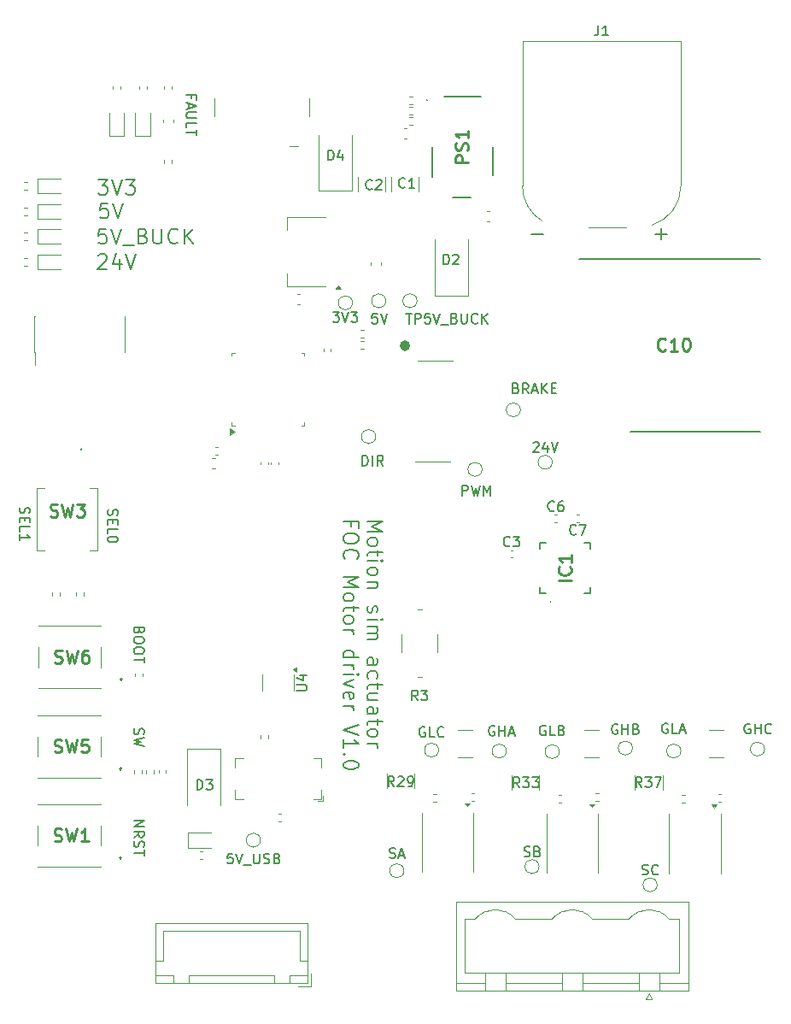
<source format=gbr>
%TF.GenerationSoftware,KiCad,Pcbnew,9.0.0-9.0.0-2~ubuntu22.04.1*%
%TF.CreationDate,2025-03-27T09:55:15+01:00*%
%TF.ProjectId,Motor_driver,4d6f746f-725f-4647-9269-7665722e6b69,rev?*%
%TF.SameCoordinates,Original*%
%TF.FileFunction,Legend,Top*%
%TF.FilePolarity,Positive*%
%FSLAX46Y46*%
G04 Gerber Fmt 4.6, Leading zero omitted, Abs format (unit mm)*
G04 Created by KiCad (PCBNEW 9.0.0-9.0.0-2~ubuntu22.04.1) date 2025-03-27 09:55:15*
%MOMM*%
%LPD*%
G01*
G04 APERTURE LIST*
%ADD10C,0.150000*%
%ADD11C,0.200000*%
%ADD12C,0.254000*%
%ADD13C,0.120000*%
%ADD14C,0.100000*%
%ADD15C,0.550000*%
G04 APERTURE END LIST*
D10*
X107287142Y-121692438D02*
X107191904Y-121644819D01*
X107191904Y-121644819D02*
X107049047Y-121644819D01*
X107049047Y-121644819D02*
X106906190Y-121692438D01*
X106906190Y-121692438D02*
X106810952Y-121787676D01*
X106810952Y-121787676D02*
X106763333Y-121882914D01*
X106763333Y-121882914D02*
X106715714Y-122073390D01*
X106715714Y-122073390D02*
X106715714Y-122216247D01*
X106715714Y-122216247D02*
X106763333Y-122406723D01*
X106763333Y-122406723D02*
X106810952Y-122501961D01*
X106810952Y-122501961D02*
X106906190Y-122597200D01*
X106906190Y-122597200D02*
X107049047Y-122644819D01*
X107049047Y-122644819D02*
X107144285Y-122644819D01*
X107144285Y-122644819D02*
X107287142Y-122597200D01*
X107287142Y-122597200D02*
X107334761Y-122549580D01*
X107334761Y-122549580D02*
X107334761Y-122216247D01*
X107334761Y-122216247D02*
X107144285Y-122216247D01*
X108239523Y-122644819D02*
X107763333Y-122644819D01*
X107763333Y-122644819D02*
X107763333Y-121644819D01*
X109144285Y-122549580D02*
X109096666Y-122597200D01*
X109096666Y-122597200D02*
X108953809Y-122644819D01*
X108953809Y-122644819D02*
X108858571Y-122644819D01*
X108858571Y-122644819D02*
X108715714Y-122597200D01*
X108715714Y-122597200D02*
X108620476Y-122501961D01*
X108620476Y-122501961D02*
X108572857Y-122406723D01*
X108572857Y-122406723D02*
X108525238Y-122216247D01*
X108525238Y-122216247D02*
X108525238Y-122073390D01*
X108525238Y-122073390D02*
X108572857Y-121882914D01*
X108572857Y-121882914D02*
X108620476Y-121787676D01*
X108620476Y-121787676D02*
X108715714Y-121692438D01*
X108715714Y-121692438D02*
X108858571Y-121644819D01*
X108858571Y-121644819D02*
X108953809Y-121644819D01*
X108953809Y-121644819D02*
X109096666Y-121692438D01*
X109096666Y-121692438D02*
X109144285Y-121740057D01*
D11*
X74895863Y-67446028D02*
X75824435Y-67446028D01*
X75824435Y-67446028D02*
X75324435Y-68017457D01*
X75324435Y-68017457D02*
X75538720Y-68017457D01*
X75538720Y-68017457D02*
X75681578Y-68088885D01*
X75681578Y-68088885D02*
X75753006Y-68160314D01*
X75753006Y-68160314D02*
X75824435Y-68303171D01*
X75824435Y-68303171D02*
X75824435Y-68660314D01*
X75824435Y-68660314D02*
X75753006Y-68803171D01*
X75753006Y-68803171D02*
X75681578Y-68874600D01*
X75681578Y-68874600D02*
X75538720Y-68946028D01*
X75538720Y-68946028D02*
X75110149Y-68946028D01*
X75110149Y-68946028D02*
X74967292Y-68874600D01*
X74967292Y-68874600D02*
X74895863Y-68803171D01*
X76253006Y-67446028D02*
X76753006Y-68946028D01*
X76753006Y-68946028D02*
X77253006Y-67446028D01*
X77610148Y-67446028D02*
X78538720Y-67446028D01*
X78538720Y-67446028D02*
X78038720Y-68017457D01*
X78038720Y-68017457D02*
X78253005Y-68017457D01*
X78253005Y-68017457D02*
X78395863Y-68088885D01*
X78395863Y-68088885D02*
X78467291Y-68160314D01*
X78467291Y-68160314D02*
X78538720Y-68303171D01*
X78538720Y-68303171D02*
X78538720Y-68660314D01*
X78538720Y-68660314D02*
X78467291Y-68803171D01*
X78467291Y-68803171D02*
X78395863Y-68874600D01*
X78395863Y-68874600D02*
X78253005Y-68946028D01*
X78253005Y-68946028D02*
X77824434Y-68946028D01*
X77824434Y-68946028D02*
X77681577Y-68874600D01*
X77681577Y-68874600D02*
X77610148Y-68803171D01*
D10*
X114169523Y-121592438D02*
X114074285Y-121544819D01*
X114074285Y-121544819D02*
X113931428Y-121544819D01*
X113931428Y-121544819D02*
X113788571Y-121592438D01*
X113788571Y-121592438D02*
X113693333Y-121687676D01*
X113693333Y-121687676D02*
X113645714Y-121782914D01*
X113645714Y-121782914D02*
X113598095Y-121973390D01*
X113598095Y-121973390D02*
X113598095Y-122116247D01*
X113598095Y-122116247D02*
X113645714Y-122306723D01*
X113645714Y-122306723D02*
X113693333Y-122401961D01*
X113693333Y-122401961D02*
X113788571Y-122497200D01*
X113788571Y-122497200D02*
X113931428Y-122544819D01*
X113931428Y-122544819D02*
X114026666Y-122544819D01*
X114026666Y-122544819D02*
X114169523Y-122497200D01*
X114169523Y-122497200D02*
X114217142Y-122449580D01*
X114217142Y-122449580D02*
X114217142Y-122116247D01*
X114217142Y-122116247D02*
X114026666Y-122116247D01*
X114645714Y-122544819D02*
X114645714Y-121544819D01*
X114645714Y-122021009D02*
X115217142Y-122021009D01*
X115217142Y-122544819D02*
X115217142Y-121544819D01*
X115645714Y-122259104D02*
X116121904Y-122259104D01*
X115550476Y-122544819D02*
X115883809Y-121544819D01*
X115883809Y-121544819D02*
X116217142Y-122544819D01*
D11*
X74917292Y-74948885D02*
X74988720Y-74877457D01*
X74988720Y-74877457D02*
X75131578Y-74806028D01*
X75131578Y-74806028D02*
X75488720Y-74806028D01*
X75488720Y-74806028D02*
X75631578Y-74877457D01*
X75631578Y-74877457D02*
X75703006Y-74948885D01*
X75703006Y-74948885D02*
X75774435Y-75091742D01*
X75774435Y-75091742D02*
X75774435Y-75234600D01*
X75774435Y-75234600D02*
X75703006Y-75448885D01*
X75703006Y-75448885D02*
X74845863Y-76306028D01*
X74845863Y-76306028D02*
X75774435Y-76306028D01*
X77060149Y-75306028D02*
X77060149Y-76306028D01*
X76703006Y-74734600D02*
X76345863Y-75806028D01*
X76345863Y-75806028D02*
X77274434Y-75806028D01*
X77631577Y-74806028D02*
X78131577Y-76306028D01*
X78131577Y-76306028D02*
X78631577Y-74806028D01*
X78480400Y-121822054D02*
X78432780Y-121964911D01*
X78432780Y-121964911D02*
X78432780Y-122203006D01*
X78432780Y-122203006D02*
X78480400Y-122298244D01*
X78480400Y-122298244D02*
X78528019Y-122345863D01*
X78528019Y-122345863D02*
X78623257Y-122393482D01*
X78623257Y-122393482D02*
X78718495Y-122393482D01*
X78718495Y-122393482D02*
X78813733Y-122345863D01*
X78813733Y-122345863D02*
X78861352Y-122298244D01*
X78861352Y-122298244D02*
X78908971Y-122203006D01*
X78908971Y-122203006D02*
X78956590Y-122012530D01*
X78956590Y-122012530D02*
X79004209Y-121917292D01*
X79004209Y-121917292D02*
X79051828Y-121869673D01*
X79051828Y-121869673D02*
X79147066Y-121822054D01*
X79147066Y-121822054D02*
X79242304Y-121822054D01*
X79242304Y-121822054D02*
X79337542Y-121869673D01*
X79337542Y-121869673D02*
X79385161Y-121917292D01*
X79385161Y-121917292D02*
X79432780Y-122012530D01*
X79432780Y-122012530D02*
X79432780Y-122250625D01*
X79432780Y-122250625D02*
X79385161Y-122393482D01*
X79432780Y-122726816D02*
X78432780Y-122964911D01*
X78432780Y-122964911D02*
X79147066Y-123155387D01*
X79147066Y-123155387D02*
X78432780Y-123345863D01*
X78432780Y-123345863D02*
X79432780Y-123583959D01*
X101608887Y-101288720D02*
X103108887Y-101288720D01*
X103108887Y-101288720D02*
X102037458Y-101788720D01*
X102037458Y-101788720D02*
X103108887Y-102288720D01*
X103108887Y-102288720D02*
X101608887Y-102288720D01*
X101608887Y-103217292D02*
X101680316Y-103074435D01*
X101680316Y-103074435D02*
X101751744Y-103003006D01*
X101751744Y-103003006D02*
X101894601Y-102931578D01*
X101894601Y-102931578D02*
X102323173Y-102931578D01*
X102323173Y-102931578D02*
X102466030Y-103003006D01*
X102466030Y-103003006D02*
X102537458Y-103074435D01*
X102537458Y-103074435D02*
X102608887Y-103217292D01*
X102608887Y-103217292D02*
X102608887Y-103431578D01*
X102608887Y-103431578D02*
X102537458Y-103574435D01*
X102537458Y-103574435D02*
X102466030Y-103645864D01*
X102466030Y-103645864D02*
X102323173Y-103717292D01*
X102323173Y-103717292D02*
X101894601Y-103717292D01*
X101894601Y-103717292D02*
X101751744Y-103645864D01*
X101751744Y-103645864D02*
X101680316Y-103574435D01*
X101680316Y-103574435D02*
X101608887Y-103431578D01*
X101608887Y-103431578D02*
X101608887Y-103217292D01*
X102608887Y-104145864D02*
X102608887Y-104717292D01*
X103108887Y-104360149D02*
X101823173Y-104360149D01*
X101823173Y-104360149D02*
X101680316Y-104431578D01*
X101680316Y-104431578D02*
X101608887Y-104574435D01*
X101608887Y-104574435D02*
X101608887Y-104717292D01*
X101608887Y-105217292D02*
X102608887Y-105217292D01*
X103108887Y-105217292D02*
X103037458Y-105145864D01*
X103037458Y-105145864D02*
X102966030Y-105217292D01*
X102966030Y-105217292D02*
X103037458Y-105288721D01*
X103037458Y-105288721D02*
X103108887Y-105217292D01*
X103108887Y-105217292D02*
X102966030Y-105217292D01*
X101608887Y-106145864D02*
X101680316Y-106003007D01*
X101680316Y-106003007D02*
X101751744Y-105931578D01*
X101751744Y-105931578D02*
X101894601Y-105860150D01*
X101894601Y-105860150D02*
X102323173Y-105860150D01*
X102323173Y-105860150D02*
X102466030Y-105931578D01*
X102466030Y-105931578D02*
X102537458Y-106003007D01*
X102537458Y-106003007D02*
X102608887Y-106145864D01*
X102608887Y-106145864D02*
X102608887Y-106360150D01*
X102608887Y-106360150D02*
X102537458Y-106503007D01*
X102537458Y-106503007D02*
X102466030Y-106574436D01*
X102466030Y-106574436D02*
X102323173Y-106645864D01*
X102323173Y-106645864D02*
X101894601Y-106645864D01*
X101894601Y-106645864D02*
X101751744Y-106574436D01*
X101751744Y-106574436D02*
X101680316Y-106503007D01*
X101680316Y-106503007D02*
X101608887Y-106360150D01*
X101608887Y-106360150D02*
X101608887Y-106145864D01*
X102608887Y-107288721D02*
X101608887Y-107288721D01*
X102466030Y-107288721D02*
X102537458Y-107360150D01*
X102537458Y-107360150D02*
X102608887Y-107503007D01*
X102608887Y-107503007D02*
X102608887Y-107717293D01*
X102608887Y-107717293D02*
X102537458Y-107860150D01*
X102537458Y-107860150D02*
X102394601Y-107931579D01*
X102394601Y-107931579D02*
X101608887Y-107931579D01*
X101680316Y-109717293D02*
X101608887Y-109860150D01*
X101608887Y-109860150D02*
X101608887Y-110145864D01*
X101608887Y-110145864D02*
X101680316Y-110288721D01*
X101680316Y-110288721D02*
X101823173Y-110360150D01*
X101823173Y-110360150D02*
X101894601Y-110360150D01*
X101894601Y-110360150D02*
X102037458Y-110288721D01*
X102037458Y-110288721D02*
X102108887Y-110145864D01*
X102108887Y-110145864D02*
X102108887Y-109931579D01*
X102108887Y-109931579D02*
X102180316Y-109788721D01*
X102180316Y-109788721D02*
X102323173Y-109717293D01*
X102323173Y-109717293D02*
X102394601Y-109717293D01*
X102394601Y-109717293D02*
X102537458Y-109788721D01*
X102537458Y-109788721D02*
X102608887Y-109931579D01*
X102608887Y-109931579D02*
X102608887Y-110145864D01*
X102608887Y-110145864D02*
X102537458Y-110288721D01*
X101608887Y-111003007D02*
X102608887Y-111003007D01*
X103108887Y-111003007D02*
X103037458Y-110931579D01*
X103037458Y-110931579D02*
X102966030Y-111003007D01*
X102966030Y-111003007D02*
X103037458Y-111074436D01*
X103037458Y-111074436D02*
X103108887Y-111003007D01*
X103108887Y-111003007D02*
X102966030Y-111003007D01*
X101608887Y-111717293D02*
X102608887Y-111717293D01*
X102466030Y-111717293D02*
X102537458Y-111788722D01*
X102537458Y-111788722D02*
X102608887Y-111931579D01*
X102608887Y-111931579D02*
X102608887Y-112145865D01*
X102608887Y-112145865D02*
X102537458Y-112288722D01*
X102537458Y-112288722D02*
X102394601Y-112360151D01*
X102394601Y-112360151D02*
X101608887Y-112360151D01*
X102394601Y-112360151D02*
X102537458Y-112431579D01*
X102537458Y-112431579D02*
X102608887Y-112574436D01*
X102608887Y-112574436D02*
X102608887Y-112788722D01*
X102608887Y-112788722D02*
X102537458Y-112931579D01*
X102537458Y-112931579D02*
X102394601Y-113003008D01*
X102394601Y-113003008D02*
X101608887Y-113003008D01*
X101608887Y-115503008D02*
X102394601Y-115503008D01*
X102394601Y-115503008D02*
X102537458Y-115431579D01*
X102537458Y-115431579D02*
X102608887Y-115288722D01*
X102608887Y-115288722D02*
X102608887Y-115003008D01*
X102608887Y-115003008D02*
X102537458Y-114860150D01*
X101680316Y-115503008D02*
X101608887Y-115360150D01*
X101608887Y-115360150D02*
X101608887Y-115003008D01*
X101608887Y-115003008D02*
X101680316Y-114860150D01*
X101680316Y-114860150D02*
X101823173Y-114788722D01*
X101823173Y-114788722D02*
X101966030Y-114788722D01*
X101966030Y-114788722D02*
X102108887Y-114860150D01*
X102108887Y-114860150D02*
X102180316Y-115003008D01*
X102180316Y-115003008D02*
X102180316Y-115360150D01*
X102180316Y-115360150D02*
X102251744Y-115503008D01*
X101680316Y-116860151D02*
X101608887Y-116717293D01*
X101608887Y-116717293D02*
X101608887Y-116431579D01*
X101608887Y-116431579D02*
X101680316Y-116288722D01*
X101680316Y-116288722D02*
X101751744Y-116217293D01*
X101751744Y-116217293D02*
X101894601Y-116145865D01*
X101894601Y-116145865D02*
X102323173Y-116145865D01*
X102323173Y-116145865D02*
X102466030Y-116217293D01*
X102466030Y-116217293D02*
X102537458Y-116288722D01*
X102537458Y-116288722D02*
X102608887Y-116431579D01*
X102608887Y-116431579D02*
X102608887Y-116717293D01*
X102608887Y-116717293D02*
X102537458Y-116860151D01*
X102608887Y-117288722D02*
X102608887Y-117860150D01*
X103108887Y-117503007D02*
X101823173Y-117503007D01*
X101823173Y-117503007D02*
X101680316Y-117574436D01*
X101680316Y-117574436D02*
X101608887Y-117717293D01*
X101608887Y-117717293D02*
X101608887Y-117860150D01*
X102608887Y-119003008D02*
X101608887Y-119003008D01*
X102608887Y-118360150D02*
X101823173Y-118360150D01*
X101823173Y-118360150D02*
X101680316Y-118431579D01*
X101680316Y-118431579D02*
X101608887Y-118574436D01*
X101608887Y-118574436D02*
X101608887Y-118788722D01*
X101608887Y-118788722D02*
X101680316Y-118931579D01*
X101680316Y-118931579D02*
X101751744Y-119003008D01*
X101608887Y-120360151D02*
X102394601Y-120360151D01*
X102394601Y-120360151D02*
X102537458Y-120288722D01*
X102537458Y-120288722D02*
X102608887Y-120145865D01*
X102608887Y-120145865D02*
X102608887Y-119860151D01*
X102608887Y-119860151D02*
X102537458Y-119717293D01*
X101680316Y-120360151D02*
X101608887Y-120217293D01*
X101608887Y-120217293D02*
X101608887Y-119860151D01*
X101608887Y-119860151D02*
X101680316Y-119717293D01*
X101680316Y-119717293D02*
X101823173Y-119645865D01*
X101823173Y-119645865D02*
X101966030Y-119645865D01*
X101966030Y-119645865D02*
X102108887Y-119717293D01*
X102108887Y-119717293D02*
X102180316Y-119860151D01*
X102180316Y-119860151D02*
X102180316Y-120217293D01*
X102180316Y-120217293D02*
X102251744Y-120360151D01*
X102608887Y-120860151D02*
X102608887Y-121431579D01*
X103108887Y-121074436D02*
X101823173Y-121074436D01*
X101823173Y-121074436D02*
X101680316Y-121145865D01*
X101680316Y-121145865D02*
X101608887Y-121288722D01*
X101608887Y-121288722D02*
X101608887Y-121431579D01*
X101608887Y-122145865D02*
X101680316Y-122003008D01*
X101680316Y-122003008D02*
X101751744Y-121931579D01*
X101751744Y-121931579D02*
X101894601Y-121860151D01*
X101894601Y-121860151D02*
X102323173Y-121860151D01*
X102323173Y-121860151D02*
X102466030Y-121931579D01*
X102466030Y-121931579D02*
X102537458Y-122003008D01*
X102537458Y-122003008D02*
X102608887Y-122145865D01*
X102608887Y-122145865D02*
X102608887Y-122360151D01*
X102608887Y-122360151D02*
X102537458Y-122503008D01*
X102537458Y-122503008D02*
X102466030Y-122574437D01*
X102466030Y-122574437D02*
X102323173Y-122645865D01*
X102323173Y-122645865D02*
X101894601Y-122645865D01*
X101894601Y-122645865D02*
X101751744Y-122574437D01*
X101751744Y-122574437D02*
X101680316Y-122503008D01*
X101680316Y-122503008D02*
X101608887Y-122360151D01*
X101608887Y-122360151D02*
X101608887Y-122145865D01*
X101608887Y-123288722D02*
X102608887Y-123288722D01*
X102323173Y-123288722D02*
X102466030Y-123360151D01*
X102466030Y-123360151D02*
X102537458Y-123431580D01*
X102537458Y-123431580D02*
X102608887Y-123574437D01*
X102608887Y-123574437D02*
X102608887Y-123717294D01*
X99979685Y-101788720D02*
X99979685Y-101288720D01*
X99193971Y-101288720D02*
X100693971Y-101288720D01*
X100693971Y-101288720D02*
X100693971Y-102003006D01*
X100693971Y-102860149D02*
X100693971Y-103145863D01*
X100693971Y-103145863D02*
X100622542Y-103288720D01*
X100622542Y-103288720D02*
X100479685Y-103431577D01*
X100479685Y-103431577D02*
X100193971Y-103503006D01*
X100193971Y-103503006D02*
X99693971Y-103503006D01*
X99693971Y-103503006D02*
X99408257Y-103431577D01*
X99408257Y-103431577D02*
X99265400Y-103288720D01*
X99265400Y-103288720D02*
X99193971Y-103145863D01*
X99193971Y-103145863D02*
X99193971Y-102860149D01*
X99193971Y-102860149D02*
X99265400Y-102717292D01*
X99265400Y-102717292D02*
X99408257Y-102574434D01*
X99408257Y-102574434D02*
X99693971Y-102503006D01*
X99693971Y-102503006D02*
X100193971Y-102503006D01*
X100193971Y-102503006D02*
X100479685Y-102574434D01*
X100479685Y-102574434D02*
X100622542Y-102717292D01*
X100622542Y-102717292D02*
X100693971Y-102860149D01*
X99336828Y-105003006D02*
X99265400Y-104931578D01*
X99265400Y-104931578D02*
X99193971Y-104717292D01*
X99193971Y-104717292D02*
X99193971Y-104574435D01*
X99193971Y-104574435D02*
X99265400Y-104360149D01*
X99265400Y-104360149D02*
X99408257Y-104217292D01*
X99408257Y-104217292D02*
X99551114Y-104145863D01*
X99551114Y-104145863D02*
X99836828Y-104074435D01*
X99836828Y-104074435D02*
X100051114Y-104074435D01*
X100051114Y-104074435D02*
X100336828Y-104145863D01*
X100336828Y-104145863D02*
X100479685Y-104217292D01*
X100479685Y-104217292D02*
X100622542Y-104360149D01*
X100622542Y-104360149D02*
X100693971Y-104574435D01*
X100693971Y-104574435D02*
X100693971Y-104717292D01*
X100693971Y-104717292D02*
X100622542Y-104931578D01*
X100622542Y-104931578D02*
X100551114Y-105003006D01*
X99193971Y-106788720D02*
X100693971Y-106788720D01*
X100693971Y-106788720D02*
X99622542Y-107288720D01*
X99622542Y-107288720D02*
X100693971Y-107788720D01*
X100693971Y-107788720D02*
X99193971Y-107788720D01*
X99193971Y-108717292D02*
X99265400Y-108574435D01*
X99265400Y-108574435D02*
X99336828Y-108503006D01*
X99336828Y-108503006D02*
X99479685Y-108431578D01*
X99479685Y-108431578D02*
X99908257Y-108431578D01*
X99908257Y-108431578D02*
X100051114Y-108503006D01*
X100051114Y-108503006D02*
X100122542Y-108574435D01*
X100122542Y-108574435D02*
X100193971Y-108717292D01*
X100193971Y-108717292D02*
X100193971Y-108931578D01*
X100193971Y-108931578D02*
X100122542Y-109074435D01*
X100122542Y-109074435D02*
X100051114Y-109145864D01*
X100051114Y-109145864D02*
X99908257Y-109217292D01*
X99908257Y-109217292D02*
X99479685Y-109217292D01*
X99479685Y-109217292D02*
X99336828Y-109145864D01*
X99336828Y-109145864D02*
X99265400Y-109074435D01*
X99265400Y-109074435D02*
X99193971Y-108931578D01*
X99193971Y-108931578D02*
X99193971Y-108717292D01*
X100193971Y-109645864D02*
X100193971Y-110217292D01*
X100693971Y-109860149D02*
X99408257Y-109860149D01*
X99408257Y-109860149D02*
X99265400Y-109931578D01*
X99265400Y-109931578D02*
X99193971Y-110074435D01*
X99193971Y-110074435D02*
X99193971Y-110217292D01*
X99193971Y-110931578D02*
X99265400Y-110788721D01*
X99265400Y-110788721D02*
X99336828Y-110717292D01*
X99336828Y-110717292D02*
X99479685Y-110645864D01*
X99479685Y-110645864D02*
X99908257Y-110645864D01*
X99908257Y-110645864D02*
X100051114Y-110717292D01*
X100051114Y-110717292D02*
X100122542Y-110788721D01*
X100122542Y-110788721D02*
X100193971Y-110931578D01*
X100193971Y-110931578D02*
X100193971Y-111145864D01*
X100193971Y-111145864D02*
X100122542Y-111288721D01*
X100122542Y-111288721D02*
X100051114Y-111360150D01*
X100051114Y-111360150D02*
X99908257Y-111431578D01*
X99908257Y-111431578D02*
X99479685Y-111431578D01*
X99479685Y-111431578D02*
X99336828Y-111360150D01*
X99336828Y-111360150D02*
X99265400Y-111288721D01*
X99265400Y-111288721D02*
X99193971Y-111145864D01*
X99193971Y-111145864D02*
X99193971Y-110931578D01*
X99193971Y-112074435D02*
X100193971Y-112074435D01*
X99908257Y-112074435D02*
X100051114Y-112145864D01*
X100051114Y-112145864D02*
X100122542Y-112217293D01*
X100122542Y-112217293D02*
X100193971Y-112360150D01*
X100193971Y-112360150D02*
X100193971Y-112503007D01*
X99193971Y-114788721D02*
X100693971Y-114788721D01*
X99265400Y-114788721D02*
X99193971Y-114645863D01*
X99193971Y-114645863D02*
X99193971Y-114360149D01*
X99193971Y-114360149D02*
X99265400Y-114217292D01*
X99265400Y-114217292D02*
X99336828Y-114145863D01*
X99336828Y-114145863D02*
X99479685Y-114074435D01*
X99479685Y-114074435D02*
X99908257Y-114074435D01*
X99908257Y-114074435D02*
X100051114Y-114145863D01*
X100051114Y-114145863D02*
X100122542Y-114217292D01*
X100122542Y-114217292D02*
X100193971Y-114360149D01*
X100193971Y-114360149D02*
X100193971Y-114645863D01*
X100193971Y-114645863D02*
X100122542Y-114788721D01*
X99193971Y-115503006D02*
X100193971Y-115503006D01*
X99908257Y-115503006D02*
X100051114Y-115574435D01*
X100051114Y-115574435D02*
X100122542Y-115645864D01*
X100122542Y-115645864D02*
X100193971Y-115788721D01*
X100193971Y-115788721D02*
X100193971Y-115931578D01*
X99193971Y-116431577D02*
X100193971Y-116431577D01*
X100693971Y-116431577D02*
X100622542Y-116360149D01*
X100622542Y-116360149D02*
X100551114Y-116431577D01*
X100551114Y-116431577D02*
X100622542Y-116503006D01*
X100622542Y-116503006D02*
X100693971Y-116431577D01*
X100693971Y-116431577D02*
X100551114Y-116431577D01*
X100193971Y-117003006D02*
X99193971Y-117360149D01*
X99193971Y-117360149D02*
X100193971Y-117717292D01*
X99265400Y-118860149D02*
X99193971Y-118717292D01*
X99193971Y-118717292D02*
X99193971Y-118431578D01*
X99193971Y-118431578D02*
X99265400Y-118288720D01*
X99265400Y-118288720D02*
X99408257Y-118217292D01*
X99408257Y-118217292D02*
X99979685Y-118217292D01*
X99979685Y-118217292D02*
X100122542Y-118288720D01*
X100122542Y-118288720D02*
X100193971Y-118431578D01*
X100193971Y-118431578D02*
X100193971Y-118717292D01*
X100193971Y-118717292D02*
X100122542Y-118860149D01*
X100122542Y-118860149D02*
X99979685Y-118931578D01*
X99979685Y-118931578D02*
X99836828Y-118931578D01*
X99836828Y-118931578D02*
X99693971Y-118217292D01*
X99193971Y-119574434D02*
X100193971Y-119574434D01*
X99908257Y-119574434D02*
X100051114Y-119645863D01*
X100051114Y-119645863D02*
X100122542Y-119717292D01*
X100122542Y-119717292D02*
X100193971Y-119860149D01*
X100193971Y-119860149D02*
X100193971Y-120003006D01*
X100693971Y-121431577D02*
X99193971Y-121931577D01*
X99193971Y-121931577D02*
X100693971Y-122431577D01*
X99193971Y-123717291D02*
X99193971Y-122860148D01*
X99193971Y-123288719D02*
X100693971Y-123288719D01*
X100693971Y-123288719D02*
X100479685Y-123145862D01*
X100479685Y-123145862D02*
X100336828Y-123003005D01*
X100336828Y-123003005D02*
X100265400Y-122860148D01*
X99336828Y-124360147D02*
X99265400Y-124431576D01*
X99265400Y-124431576D02*
X99193971Y-124360147D01*
X99193971Y-124360147D02*
X99265400Y-124288719D01*
X99265400Y-124288719D02*
X99336828Y-124360147D01*
X99336828Y-124360147D02*
X99193971Y-124360147D01*
X100693971Y-125360148D02*
X100693971Y-125503005D01*
X100693971Y-125503005D02*
X100622542Y-125645862D01*
X100622542Y-125645862D02*
X100551114Y-125717291D01*
X100551114Y-125717291D02*
X100408257Y-125788719D01*
X100408257Y-125788719D02*
X100122542Y-125860148D01*
X100122542Y-125860148D02*
X99765400Y-125860148D01*
X99765400Y-125860148D02*
X99479685Y-125788719D01*
X99479685Y-125788719D02*
X99336828Y-125717291D01*
X99336828Y-125717291D02*
X99265400Y-125645862D01*
X99265400Y-125645862D02*
X99193971Y-125503005D01*
X99193971Y-125503005D02*
X99193971Y-125360148D01*
X99193971Y-125360148D02*
X99265400Y-125217291D01*
X99265400Y-125217291D02*
X99336828Y-125145862D01*
X99336828Y-125145862D02*
X99479685Y-125074433D01*
X99479685Y-125074433D02*
X99765400Y-125003005D01*
X99765400Y-125003005D02*
X100122542Y-125003005D01*
X100122542Y-125003005D02*
X100408257Y-125074433D01*
X100408257Y-125074433D02*
X100551114Y-125145862D01*
X100551114Y-125145862D02*
X100622542Y-125217291D01*
X100622542Y-125217291D02*
X100693971Y-125360148D01*
X75853006Y-69776028D02*
X75138720Y-69776028D01*
X75138720Y-69776028D02*
X75067292Y-70490314D01*
X75067292Y-70490314D02*
X75138720Y-70418885D01*
X75138720Y-70418885D02*
X75281578Y-70347457D01*
X75281578Y-70347457D02*
X75638720Y-70347457D01*
X75638720Y-70347457D02*
X75781578Y-70418885D01*
X75781578Y-70418885D02*
X75853006Y-70490314D01*
X75853006Y-70490314D02*
X75924435Y-70633171D01*
X75924435Y-70633171D02*
X75924435Y-70990314D01*
X75924435Y-70990314D02*
X75853006Y-71133171D01*
X75853006Y-71133171D02*
X75781578Y-71204600D01*
X75781578Y-71204600D02*
X75638720Y-71276028D01*
X75638720Y-71276028D02*
X75281578Y-71276028D01*
X75281578Y-71276028D02*
X75138720Y-71204600D01*
X75138720Y-71204600D02*
X75067292Y-71133171D01*
X76353006Y-69776028D02*
X76853006Y-71276028D01*
X76853006Y-71276028D02*
X77353006Y-69776028D01*
X78432780Y-130969673D02*
X79432780Y-130969673D01*
X79432780Y-130969673D02*
X78432780Y-131541101D01*
X78432780Y-131541101D02*
X79432780Y-131541101D01*
X78432780Y-132588720D02*
X78908971Y-132255387D01*
X78432780Y-132017292D02*
X79432780Y-132017292D01*
X79432780Y-132017292D02*
X79432780Y-132398244D01*
X79432780Y-132398244D02*
X79385161Y-132493482D01*
X79385161Y-132493482D02*
X79337542Y-132541101D01*
X79337542Y-132541101D02*
X79242304Y-132588720D01*
X79242304Y-132588720D02*
X79099447Y-132588720D01*
X79099447Y-132588720D02*
X79004209Y-132541101D01*
X79004209Y-132541101D02*
X78956590Y-132493482D01*
X78956590Y-132493482D02*
X78908971Y-132398244D01*
X78908971Y-132398244D02*
X78908971Y-132017292D01*
X78480400Y-132969673D02*
X78432780Y-133112530D01*
X78432780Y-133112530D02*
X78432780Y-133350625D01*
X78432780Y-133350625D02*
X78480400Y-133445863D01*
X78480400Y-133445863D02*
X78528019Y-133493482D01*
X78528019Y-133493482D02*
X78623257Y-133541101D01*
X78623257Y-133541101D02*
X78718495Y-133541101D01*
X78718495Y-133541101D02*
X78813733Y-133493482D01*
X78813733Y-133493482D02*
X78861352Y-133445863D01*
X78861352Y-133445863D02*
X78908971Y-133350625D01*
X78908971Y-133350625D02*
X78956590Y-133160149D01*
X78956590Y-133160149D02*
X79004209Y-133064911D01*
X79004209Y-133064911D02*
X79051828Y-133017292D01*
X79051828Y-133017292D02*
X79147066Y-132969673D01*
X79147066Y-132969673D02*
X79242304Y-132969673D01*
X79242304Y-132969673D02*
X79337542Y-133017292D01*
X79337542Y-133017292D02*
X79385161Y-133064911D01*
X79385161Y-133064911D02*
X79432780Y-133160149D01*
X79432780Y-133160149D02*
X79432780Y-133398244D01*
X79432780Y-133398244D02*
X79385161Y-133541101D01*
X79432780Y-133826816D02*
X79432780Y-134398244D01*
X78432780Y-134112530D02*
X79432780Y-134112530D01*
X84156590Y-59403006D02*
X84156590Y-59069673D01*
X83632780Y-59069673D02*
X84632780Y-59069673D01*
X84632780Y-59069673D02*
X84632780Y-59545863D01*
X83918495Y-59879197D02*
X83918495Y-60355387D01*
X83632780Y-59783959D02*
X84632780Y-60117292D01*
X84632780Y-60117292D02*
X83632780Y-60450625D01*
X84632780Y-60783959D02*
X83823257Y-60783959D01*
X83823257Y-60783959D02*
X83728019Y-60831578D01*
X83728019Y-60831578D02*
X83680400Y-60879197D01*
X83680400Y-60879197D02*
X83632780Y-60974435D01*
X83632780Y-60974435D02*
X83632780Y-61164911D01*
X83632780Y-61164911D02*
X83680400Y-61260149D01*
X83680400Y-61260149D02*
X83728019Y-61307768D01*
X83728019Y-61307768D02*
X83823257Y-61355387D01*
X83823257Y-61355387D02*
X84632780Y-61355387D01*
X83632780Y-62307768D02*
X83632780Y-61831578D01*
X83632780Y-61831578D02*
X84632780Y-61831578D01*
X84632780Y-62498245D02*
X84632780Y-63069673D01*
X83632780Y-62783959D02*
X84632780Y-62783959D01*
X78956590Y-112103006D02*
X78908971Y-112245863D01*
X78908971Y-112245863D02*
X78861352Y-112293482D01*
X78861352Y-112293482D02*
X78766114Y-112341101D01*
X78766114Y-112341101D02*
X78623257Y-112341101D01*
X78623257Y-112341101D02*
X78528019Y-112293482D01*
X78528019Y-112293482D02*
X78480400Y-112245863D01*
X78480400Y-112245863D02*
X78432780Y-112150625D01*
X78432780Y-112150625D02*
X78432780Y-111769673D01*
X78432780Y-111769673D02*
X79432780Y-111769673D01*
X79432780Y-111769673D02*
X79432780Y-112103006D01*
X79432780Y-112103006D02*
X79385161Y-112198244D01*
X79385161Y-112198244D02*
X79337542Y-112245863D01*
X79337542Y-112245863D02*
X79242304Y-112293482D01*
X79242304Y-112293482D02*
X79147066Y-112293482D01*
X79147066Y-112293482D02*
X79051828Y-112245863D01*
X79051828Y-112245863D02*
X79004209Y-112198244D01*
X79004209Y-112198244D02*
X78956590Y-112103006D01*
X78956590Y-112103006D02*
X78956590Y-111769673D01*
X79432780Y-112960149D02*
X79432780Y-113150625D01*
X79432780Y-113150625D02*
X79385161Y-113245863D01*
X79385161Y-113245863D02*
X79289923Y-113341101D01*
X79289923Y-113341101D02*
X79099447Y-113388720D01*
X79099447Y-113388720D02*
X78766114Y-113388720D01*
X78766114Y-113388720D02*
X78575638Y-113341101D01*
X78575638Y-113341101D02*
X78480400Y-113245863D01*
X78480400Y-113245863D02*
X78432780Y-113150625D01*
X78432780Y-113150625D02*
X78432780Y-112960149D01*
X78432780Y-112960149D02*
X78480400Y-112864911D01*
X78480400Y-112864911D02*
X78575638Y-112769673D01*
X78575638Y-112769673D02*
X78766114Y-112722054D01*
X78766114Y-112722054D02*
X79099447Y-112722054D01*
X79099447Y-112722054D02*
X79289923Y-112769673D01*
X79289923Y-112769673D02*
X79385161Y-112864911D01*
X79385161Y-112864911D02*
X79432780Y-112960149D01*
X79432780Y-114007768D02*
X79432780Y-114198244D01*
X79432780Y-114198244D02*
X79385161Y-114293482D01*
X79385161Y-114293482D02*
X79289923Y-114388720D01*
X79289923Y-114388720D02*
X79099447Y-114436339D01*
X79099447Y-114436339D02*
X78766114Y-114436339D01*
X78766114Y-114436339D02*
X78575638Y-114388720D01*
X78575638Y-114388720D02*
X78480400Y-114293482D01*
X78480400Y-114293482D02*
X78432780Y-114198244D01*
X78432780Y-114198244D02*
X78432780Y-114007768D01*
X78432780Y-114007768D02*
X78480400Y-113912530D01*
X78480400Y-113912530D02*
X78575638Y-113817292D01*
X78575638Y-113817292D02*
X78766114Y-113769673D01*
X78766114Y-113769673D02*
X79099447Y-113769673D01*
X79099447Y-113769673D02*
X79289923Y-113817292D01*
X79289923Y-113817292D02*
X79385161Y-113912530D01*
X79385161Y-113912530D02*
X79432780Y-114007768D01*
X79432780Y-114722054D02*
X79432780Y-115293482D01*
X78432780Y-115007768D02*
X79432780Y-115007768D01*
X75880400Y-100122054D02*
X75832780Y-100264911D01*
X75832780Y-100264911D02*
X75832780Y-100503006D01*
X75832780Y-100503006D02*
X75880400Y-100598244D01*
X75880400Y-100598244D02*
X75928019Y-100645863D01*
X75928019Y-100645863D02*
X76023257Y-100693482D01*
X76023257Y-100693482D02*
X76118495Y-100693482D01*
X76118495Y-100693482D02*
X76213733Y-100645863D01*
X76213733Y-100645863D02*
X76261352Y-100598244D01*
X76261352Y-100598244D02*
X76308971Y-100503006D01*
X76308971Y-100503006D02*
X76356590Y-100312530D01*
X76356590Y-100312530D02*
X76404209Y-100217292D01*
X76404209Y-100217292D02*
X76451828Y-100169673D01*
X76451828Y-100169673D02*
X76547066Y-100122054D01*
X76547066Y-100122054D02*
X76642304Y-100122054D01*
X76642304Y-100122054D02*
X76737542Y-100169673D01*
X76737542Y-100169673D02*
X76785161Y-100217292D01*
X76785161Y-100217292D02*
X76832780Y-100312530D01*
X76832780Y-100312530D02*
X76832780Y-100550625D01*
X76832780Y-100550625D02*
X76785161Y-100693482D01*
X76356590Y-101122054D02*
X76356590Y-101455387D01*
X75832780Y-101598244D02*
X75832780Y-101122054D01*
X75832780Y-101122054D02*
X76832780Y-101122054D01*
X76832780Y-101122054D02*
X76832780Y-101598244D01*
X75832780Y-102503006D02*
X75832780Y-102026816D01*
X75832780Y-102026816D02*
X76832780Y-102026816D01*
X76832780Y-103026816D02*
X76832780Y-103122054D01*
X76832780Y-103122054D02*
X76785161Y-103217292D01*
X76785161Y-103217292D02*
X76737542Y-103264911D01*
X76737542Y-103264911D02*
X76642304Y-103312530D01*
X76642304Y-103312530D02*
X76451828Y-103360149D01*
X76451828Y-103360149D02*
X76213733Y-103360149D01*
X76213733Y-103360149D02*
X76023257Y-103312530D01*
X76023257Y-103312530D02*
X75928019Y-103264911D01*
X75928019Y-103264911D02*
X75880400Y-103217292D01*
X75880400Y-103217292D02*
X75832780Y-103122054D01*
X75832780Y-103122054D02*
X75832780Y-103026816D01*
X75832780Y-103026816D02*
X75880400Y-102931578D01*
X75880400Y-102931578D02*
X75928019Y-102883959D01*
X75928019Y-102883959D02*
X76023257Y-102836340D01*
X76023257Y-102836340D02*
X76213733Y-102788721D01*
X76213733Y-102788721D02*
X76451828Y-102788721D01*
X76451828Y-102788721D02*
X76642304Y-102836340D01*
X76642304Y-102836340D02*
X76737542Y-102883959D01*
X76737542Y-102883959D02*
X76785161Y-102931578D01*
X76785161Y-102931578D02*
X76832780Y-103026816D01*
X75703006Y-72306028D02*
X74988720Y-72306028D01*
X74988720Y-72306028D02*
X74917292Y-73020314D01*
X74917292Y-73020314D02*
X74988720Y-72948885D01*
X74988720Y-72948885D02*
X75131578Y-72877457D01*
X75131578Y-72877457D02*
X75488720Y-72877457D01*
X75488720Y-72877457D02*
X75631578Y-72948885D01*
X75631578Y-72948885D02*
X75703006Y-73020314D01*
X75703006Y-73020314D02*
X75774435Y-73163171D01*
X75774435Y-73163171D02*
X75774435Y-73520314D01*
X75774435Y-73520314D02*
X75703006Y-73663171D01*
X75703006Y-73663171D02*
X75631578Y-73734600D01*
X75631578Y-73734600D02*
X75488720Y-73806028D01*
X75488720Y-73806028D02*
X75131578Y-73806028D01*
X75131578Y-73806028D02*
X74988720Y-73734600D01*
X74988720Y-73734600D02*
X74917292Y-73663171D01*
X76203006Y-72306028D02*
X76703006Y-73806028D01*
X76703006Y-73806028D02*
X77203006Y-72306028D01*
X77345863Y-73948885D02*
X78488720Y-73948885D01*
X79345862Y-73020314D02*
X79560148Y-73091742D01*
X79560148Y-73091742D02*
X79631577Y-73163171D01*
X79631577Y-73163171D02*
X79703005Y-73306028D01*
X79703005Y-73306028D02*
X79703005Y-73520314D01*
X79703005Y-73520314D02*
X79631577Y-73663171D01*
X79631577Y-73663171D02*
X79560148Y-73734600D01*
X79560148Y-73734600D02*
X79417291Y-73806028D01*
X79417291Y-73806028D02*
X78845862Y-73806028D01*
X78845862Y-73806028D02*
X78845862Y-72306028D01*
X78845862Y-72306028D02*
X79345862Y-72306028D01*
X79345862Y-72306028D02*
X79488720Y-72377457D01*
X79488720Y-72377457D02*
X79560148Y-72448885D01*
X79560148Y-72448885D02*
X79631577Y-72591742D01*
X79631577Y-72591742D02*
X79631577Y-72734600D01*
X79631577Y-72734600D02*
X79560148Y-72877457D01*
X79560148Y-72877457D02*
X79488720Y-72948885D01*
X79488720Y-72948885D02*
X79345862Y-73020314D01*
X79345862Y-73020314D02*
X78845862Y-73020314D01*
X80345862Y-72306028D02*
X80345862Y-73520314D01*
X80345862Y-73520314D02*
X80417291Y-73663171D01*
X80417291Y-73663171D02*
X80488720Y-73734600D01*
X80488720Y-73734600D02*
X80631577Y-73806028D01*
X80631577Y-73806028D02*
X80917291Y-73806028D01*
X80917291Y-73806028D02*
X81060148Y-73734600D01*
X81060148Y-73734600D02*
X81131577Y-73663171D01*
X81131577Y-73663171D02*
X81203005Y-73520314D01*
X81203005Y-73520314D02*
X81203005Y-72306028D01*
X82774434Y-73663171D02*
X82703006Y-73734600D01*
X82703006Y-73734600D02*
X82488720Y-73806028D01*
X82488720Y-73806028D02*
X82345863Y-73806028D01*
X82345863Y-73806028D02*
X82131577Y-73734600D01*
X82131577Y-73734600D02*
X81988720Y-73591742D01*
X81988720Y-73591742D02*
X81917291Y-73448885D01*
X81917291Y-73448885D02*
X81845863Y-73163171D01*
X81845863Y-73163171D02*
X81845863Y-72948885D01*
X81845863Y-72948885D02*
X81917291Y-72663171D01*
X81917291Y-72663171D02*
X81988720Y-72520314D01*
X81988720Y-72520314D02*
X82131577Y-72377457D01*
X82131577Y-72377457D02*
X82345863Y-72306028D01*
X82345863Y-72306028D02*
X82488720Y-72306028D01*
X82488720Y-72306028D02*
X82703006Y-72377457D01*
X82703006Y-72377457D02*
X82774434Y-72448885D01*
X83417291Y-73806028D02*
X83417291Y-72306028D01*
X84274434Y-73806028D02*
X83631577Y-72948885D01*
X84274434Y-72306028D02*
X83417291Y-73163171D01*
X67180400Y-99922054D02*
X67132780Y-100064911D01*
X67132780Y-100064911D02*
X67132780Y-100303006D01*
X67132780Y-100303006D02*
X67180400Y-100398244D01*
X67180400Y-100398244D02*
X67228019Y-100445863D01*
X67228019Y-100445863D02*
X67323257Y-100493482D01*
X67323257Y-100493482D02*
X67418495Y-100493482D01*
X67418495Y-100493482D02*
X67513733Y-100445863D01*
X67513733Y-100445863D02*
X67561352Y-100398244D01*
X67561352Y-100398244D02*
X67608971Y-100303006D01*
X67608971Y-100303006D02*
X67656590Y-100112530D01*
X67656590Y-100112530D02*
X67704209Y-100017292D01*
X67704209Y-100017292D02*
X67751828Y-99969673D01*
X67751828Y-99969673D02*
X67847066Y-99922054D01*
X67847066Y-99922054D02*
X67942304Y-99922054D01*
X67942304Y-99922054D02*
X68037542Y-99969673D01*
X68037542Y-99969673D02*
X68085161Y-100017292D01*
X68085161Y-100017292D02*
X68132780Y-100112530D01*
X68132780Y-100112530D02*
X68132780Y-100350625D01*
X68132780Y-100350625D02*
X68085161Y-100493482D01*
X67656590Y-100922054D02*
X67656590Y-101255387D01*
X67132780Y-101398244D02*
X67132780Y-100922054D01*
X67132780Y-100922054D02*
X68132780Y-100922054D01*
X68132780Y-100922054D02*
X68132780Y-101398244D01*
X67132780Y-102303006D02*
X67132780Y-101826816D01*
X67132780Y-101826816D02*
X68132780Y-101826816D01*
X67132780Y-103160149D02*
X67132780Y-102588721D01*
X67132780Y-102874435D02*
X68132780Y-102874435D01*
X68132780Y-102874435D02*
X67989923Y-102779197D01*
X67989923Y-102779197D02*
X67894685Y-102683959D01*
X67894685Y-102683959D02*
X67847066Y-102588721D01*
D10*
X102043333Y-68344579D02*
X101995714Y-68392199D01*
X101995714Y-68392199D02*
X101852857Y-68439818D01*
X101852857Y-68439818D02*
X101757619Y-68439818D01*
X101757619Y-68439818D02*
X101614762Y-68392199D01*
X101614762Y-68392199D02*
X101519524Y-68296960D01*
X101519524Y-68296960D02*
X101471905Y-68201722D01*
X101471905Y-68201722D02*
X101424286Y-68011246D01*
X101424286Y-68011246D02*
X101424286Y-67868389D01*
X101424286Y-67868389D02*
X101471905Y-67677913D01*
X101471905Y-67677913D02*
X101519524Y-67582675D01*
X101519524Y-67582675D02*
X101614762Y-67487437D01*
X101614762Y-67487437D02*
X101757619Y-67439818D01*
X101757619Y-67439818D02*
X101852857Y-67439818D01*
X101852857Y-67439818D02*
X101995714Y-67487437D01*
X101995714Y-67487437D02*
X102043333Y-67535056D01*
X102424286Y-67535056D02*
X102471905Y-67487437D01*
X102471905Y-67487437D02*
X102567143Y-67439818D01*
X102567143Y-67439818D02*
X102805238Y-67439818D01*
X102805238Y-67439818D02*
X102900476Y-67487437D01*
X102900476Y-67487437D02*
X102948095Y-67535056D01*
X102948095Y-67535056D02*
X102995714Y-67630294D01*
X102995714Y-67630294D02*
X102995714Y-67725532D01*
X102995714Y-67725532D02*
X102948095Y-67868389D01*
X102948095Y-67868389D02*
X102376667Y-68439818D01*
X102376667Y-68439818D02*
X102995714Y-68439818D01*
X102559523Y-80704819D02*
X102083333Y-80704819D01*
X102083333Y-80704819D02*
X102035714Y-81181009D01*
X102035714Y-81181009D02*
X102083333Y-81133390D01*
X102083333Y-81133390D02*
X102178571Y-81085771D01*
X102178571Y-81085771D02*
X102416666Y-81085771D01*
X102416666Y-81085771D02*
X102511904Y-81133390D01*
X102511904Y-81133390D02*
X102559523Y-81181009D01*
X102559523Y-81181009D02*
X102607142Y-81276247D01*
X102607142Y-81276247D02*
X102607142Y-81514342D01*
X102607142Y-81514342D02*
X102559523Y-81609580D01*
X102559523Y-81609580D02*
X102511904Y-81657200D01*
X102511904Y-81657200D02*
X102416666Y-81704819D01*
X102416666Y-81704819D02*
X102178571Y-81704819D01*
X102178571Y-81704819D02*
X102083333Y-81657200D01*
X102083333Y-81657200D02*
X102035714Y-81609580D01*
X102892857Y-80704819D02*
X103226190Y-81704819D01*
X103226190Y-81704819D02*
X103559523Y-80704819D01*
X105313333Y-68184581D02*
X105265714Y-68232201D01*
X105265714Y-68232201D02*
X105122857Y-68279820D01*
X105122857Y-68279820D02*
X105027619Y-68279820D01*
X105027619Y-68279820D02*
X104884762Y-68232201D01*
X104884762Y-68232201D02*
X104789524Y-68136962D01*
X104789524Y-68136962D02*
X104741905Y-68041724D01*
X104741905Y-68041724D02*
X104694286Y-67851248D01*
X104694286Y-67851248D02*
X104694286Y-67708391D01*
X104694286Y-67708391D02*
X104741905Y-67517915D01*
X104741905Y-67517915D02*
X104789524Y-67422677D01*
X104789524Y-67422677D02*
X104884762Y-67327439D01*
X104884762Y-67327439D02*
X105027619Y-67279820D01*
X105027619Y-67279820D02*
X105122857Y-67279820D01*
X105122857Y-67279820D02*
X105265714Y-67327439D01*
X105265714Y-67327439D02*
X105313333Y-67375058D01*
X106265714Y-68279820D02*
X105694286Y-68279820D01*
X105980000Y-68279820D02*
X105980000Y-67279820D01*
X105980000Y-67279820D02*
X105884762Y-67422677D01*
X105884762Y-67422677D02*
X105789524Y-67517915D01*
X105789524Y-67517915D02*
X105694286Y-67565534D01*
D12*
X70606665Y-115263842D02*
X70788094Y-115324318D01*
X70788094Y-115324318D02*
X71090475Y-115324318D01*
X71090475Y-115324318D02*
X71211427Y-115263842D01*
X71211427Y-115263842D02*
X71271903Y-115203365D01*
X71271903Y-115203365D02*
X71332380Y-115082413D01*
X71332380Y-115082413D02*
X71332380Y-114961461D01*
X71332380Y-114961461D02*
X71271903Y-114840508D01*
X71271903Y-114840508D02*
X71211427Y-114780032D01*
X71211427Y-114780032D02*
X71090475Y-114719556D01*
X71090475Y-114719556D02*
X70848570Y-114659080D01*
X70848570Y-114659080D02*
X70727618Y-114598603D01*
X70727618Y-114598603D02*
X70667141Y-114538127D01*
X70667141Y-114538127D02*
X70606665Y-114417175D01*
X70606665Y-114417175D02*
X70606665Y-114296222D01*
X70606665Y-114296222D02*
X70667141Y-114175270D01*
X70667141Y-114175270D02*
X70727618Y-114114794D01*
X70727618Y-114114794D02*
X70848570Y-114054318D01*
X70848570Y-114054318D02*
X71150951Y-114054318D01*
X71150951Y-114054318D02*
X71332380Y-114114794D01*
X71755713Y-114054318D02*
X72058094Y-115324318D01*
X72058094Y-115324318D02*
X72299999Y-114417175D01*
X72299999Y-114417175D02*
X72541904Y-115324318D01*
X72541904Y-115324318D02*
X72844285Y-114054318D01*
X73872380Y-114054318D02*
X73630475Y-114054318D01*
X73630475Y-114054318D02*
X73509523Y-114114794D01*
X73509523Y-114114794D02*
X73449047Y-114175270D01*
X73449047Y-114175270D02*
X73328094Y-114356699D01*
X73328094Y-114356699D02*
X73267618Y-114598603D01*
X73267618Y-114598603D02*
X73267618Y-115082413D01*
X73267618Y-115082413D02*
X73328094Y-115203365D01*
X73328094Y-115203365D02*
X73388571Y-115263842D01*
X73388571Y-115263842D02*
X73509523Y-115324318D01*
X73509523Y-115324318D02*
X73751428Y-115324318D01*
X73751428Y-115324318D02*
X73872380Y-115263842D01*
X73872380Y-115263842D02*
X73932856Y-115203365D01*
X73932856Y-115203365D02*
X73993333Y-115082413D01*
X73993333Y-115082413D02*
X73993333Y-114780032D01*
X73993333Y-114780032D02*
X73932856Y-114659080D01*
X73932856Y-114659080D02*
X73872380Y-114598603D01*
X73872380Y-114598603D02*
X73751428Y-114538127D01*
X73751428Y-114538127D02*
X73509523Y-114538127D01*
X73509523Y-114538127D02*
X73388571Y-114598603D01*
X73388571Y-114598603D02*
X73328094Y-114659080D01*
X73328094Y-114659080D02*
X73267618Y-114780032D01*
D10*
X88208469Y-134204819D02*
X87732279Y-134204819D01*
X87732279Y-134204819D02*
X87684660Y-134681009D01*
X87684660Y-134681009D02*
X87732279Y-134633390D01*
X87732279Y-134633390D02*
X87827517Y-134585771D01*
X87827517Y-134585771D02*
X88065612Y-134585771D01*
X88065612Y-134585771D02*
X88160850Y-134633390D01*
X88160850Y-134633390D02*
X88208469Y-134681009D01*
X88208469Y-134681009D02*
X88256088Y-134776247D01*
X88256088Y-134776247D02*
X88256088Y-135014342D01*
X88256088Y-135014342D02*
X88208469Y-135109580D01*
X88208469Y-135109580D02*
X88160850Y-135157200D01*
X88160850Y-135157200D02*
X88065612Y-135204819D01*
X88065612Y-135204819D02*
X87827517Y-135204819D01*
X87827517Y-135204819D02*
X87732279Y-135157200D01*
X87732279Y-135157200D02*
X87684660Y-135109580D01*
X88541803Y-134204819D02*
X88875136Y-135204819D01*
X88875136Y-135204819D02*
X89208469Y-134204819D01*
X89303708Y-135300057D02*
X90065612Y-135300057D01*
X90303708Y-134204819D02*
X90303708Y-135014342D01*
X90303708Y-135014342D02*
X90351327Y-135109580D01*
X90351327Y-135109580D02*
X90398946Y-135157200D01*
X90398946Y-135157200D02*
X90494184Y-135204819D01*
X90494184Y-135204819D02*
X90684660Y-135204819D01*
X90684660Y-135204819D02*
X90779898Y-135157200D01*
X90779898Y-135157200D02*
X90827517Y-135109580D01*
X90827517Y-135109580D02*
X90875136Y-135014342D01*
X90875136Y-135014342D02*
X90875136Y-134204819D01*
X91303708Y-135157200D02*
X91446565Y-135204819D01*
X91446565Y-135204819D02*
X91684660Y-135204819D01*
X91684660Y-135204819D02*
X91779898Y-135157200D01*
X91779898Y-135157200D02*
X91827517Y-135109580D01*
X91827517Y-135109580D02*
X91875136Y-135014342D01*
X91875136Y-135014342D02*
X91875136Y-134919104D01*
X91875136Y-134919104D02*
X91827517Y-134823866D01*
X91827517Y-134823866D02*
X91779898Y-134776247D01*
X91779898Y-134776247D02*
X91684660Y-134728628D01*
X91684660Y-134728628D02*
X91494184Y-134681009D01*
X91494184Y-134681009D02*
X91398946Y-134633390D01*
X91398946Y-134633390D02*
X91351327Y-134585771D01*
X91351327Y-134585771D02*
X91303708Y-134490533D01*
X91303708Y-134490533D02*
X91303708Y-134395295D01*
X91303708Y-134395295D02*
X91351327Y-134300057D01*
X91351327Y-134300057D02*
X91398946Y-134252438D01*
X91398946Y-134252438D02*
X91494184Y-134204819D01*
X91494184Y-134204819D02*
X91732279Y-134204819D01*
X91732279Y-134204819D02*
X91875136Y-134252438D01*
X92637041Y-134681009D02*
X92779898Y-134728628D01*
X92779898Y-134728628D02*
X92827517Y-134776247D01*
X92827517Y-134776247D02*
X92875136Y-134871485D01*
X92875136Y-134871485D02*
X92875136Y-135014342D01*
X92875136Y-135014342D02*
X92827517Y-135109580D01*
X92827517Y-135109580D02*
X92779898Y-135157200D01*
X92779898Y-135157200D02*
X92684660Y-135204819D01*
X92684660Y-135204819D02*
X92303708Y-135204819D01*
X92303708Y-135204819D02*
X92303708Y-134204819D01*
X92303708Y-134204819D02*
X92637041Y-134204819D01*
X92637041Y-134204819D02*
X92732279Y-134252438D01*
X92732279Y-134252438D02*
X92779898Y-134300057D01*
X92779898Y-134300057D02*
X92827517Y-134395295D01*
X92827517Y-134395295D02*
X92827517Y-134490533D01*
X92827517Y-134490533D02*
X92779898Y-134585771D01*
X92779898Y-134585771D02*
X92732279Y-134633390D01*
X92732279Y-134633390D02*
X92637041Y-134681009D01*
X92637041Y-134681009D02*
X92303708Y-134681009D01*
X97671905Y-65524819D02*
X97671905Y-64524819D01*
X97671905Y-64524819D02*
X97910000Y-64524819D01*
X97910000Y-64524819D02*
X98052857Y-64572438D01*
X98052857Y-64572438D02*
X98148095Y-64667676D01*
X98148095Y-64667676D02*
X98195714Y-64762914D01*
X98195714Y-64762914D02*
X98243333Y-64953390D01*
X98243333Y-64953390D02*
X98243333Y-65096247D01*
X98243333Y-65096247D02*
X98195714Y-65286723D01*
X98195714Y-65286723D02*
X98148095Y-65381961D01*
X98148095Y-65381961D02*
X98052857Y-65477200D01*
X98052857Y-65477200D02*
X97910000Y-65524819D01*
X97910000Y-65524819D02*
X97671905Y-65524819D01*
X99100476Y-64858152D02*
X99100476Y-65524819D01*
X98862381Y-64477200D02*
X98624286Y-65191485D01*
X98624286Y-65191485D02*
X99243333Y-65191485D01*
X119227142Y-121542438D02*
X119131904Y-121494819D01*
X119131904Y-121494819D02*
X118989047Y-121494819D01*
X118989047Y-121494819D02*
X118846190Y-121542438D01*
X118846190Y-121542438D02*
X118750952Y-121637676D01*
X118750952Y-121637676D02*
X118703333Y-121732914D01*
X118703333Y-121732914D02*
X118655714Y-121923390D01*
X118655714Y-121923390D02*
X118655714Y-122066247D01*
X118655714Y-122066247D02*
X118703333Y-122256723D01*
X118703333Y-122256723D02*
X118750952Y-122351961D01*
X118750952Y-122351961D02*
X118846190Y-122447200D01*
X118846190Y-122447200D02*
X118989047Y-122494819D01*
X118989047Y-122494819D02*
X119084285Y-122494819D01*
X119084285Y-122494819D02*
X119227142Y-122447200D01*
X119227142Y-122447200D02*
X119274761Y-122399580D01*
X119274761Y-122399580D02*
X119274761Y-122066247D01*
X119274761Y-122066247D02*
X119084285Y-122066247D01*
X120179523Y-122494819D02*
X119703333Y-122494819D01*
X119703333Y-122494819D02*
X119703333Y-121494819D01*
X120846190Y-121971009D02*
X120989047Y-122018628D01*
X120989047Y-122018628D02*
X121036666Y-122066247D01*
X121036666Y-122066247D02*
X121084285Y-122161485D01*
X121084285Y-122161485D02*
X121084285Y-122304342D01*
X121084285Y-122304342D02*
X121036666Y-122399580D01*
X121036666Y-122399580D02*
X120989047Y-122447200D01*
X120989047Y-122447200D02*
X120893809Y-122494819D01*
X120893809Y-122494819D02*
X120512857Y-122494819D01*
X120512857Y-122494819D02*
X120512857Y-121494819D01*
X120512857Y-121494819D02*
X120846190Y-121494819D01*
X120846190Y-121494819D02*
X120941428Y-121542438D01*
X120941428Y-121542438D02*
X120989047Y-121590057D01*
X120989047Y-121590057D02*
X121036666Y-121685295D01*
X121036666Y-121685295D02*
X121036666Y-121780533D01*
X121036666Y-121780533D02*
X120989047Y-121875771D01*
X120989047Y-121875771D02*
X120941428Y-121923390D01*
X120941428Y-121923390D02*
X120846190Y-121971009D01*
X120846190Y-121971009D02*
X120512857Y-121971009D01*
X139518095Y-121382438D02*
X139422857Y-121334819D01*
X139422857Y-121334819D02*
X139280000Y-121334819D01*
X139280000Y-121334819D02*
X139137143Y-121382438D01*
X139137143Y-121382438D02*
X139041905Y-121477676D01*
X139041905Y-121477676D02*
X138994286Y-121572914D01*
X138994286Y-121572914D02*
X138946667Y-121763390D01*
X138946667Y-121763390D02*
X138946667Y-121906247D01*
X138946667Y-121906247D02*
X138994286Y-122096723D01*
X138994286Y-122096723D02*
X139041905Y-122191961D01*
X139041905Y-122191961D02*
X139137143Y-122287200D01*
X139137143Y-122287200D02*
X139280000Y-122334819D01*
X139280000Y-122334819D02*
X139375238Y-122334819D01*
X139375238Y-122334819D02*
X139518095Y-122287200D01*
X139518095Y-122287200D02*
X139565714Y-122239580D01*
X139565714Y-122239580D02*
X139565714Y-121906247D01*
X139565714Y-121906247D02*
X139375238Y-121906247D01*
X139994286Y-122334819D02*
X139994286Y-121334819D01*
X139994286Y-121811009D02*
X140565714Y-121811009D01*
X140565714Y-122334819D02*
X140565714Y-121334819D01*
X141613333Y-122239580D02*
X141565714Y-122287200D01*
X141565714Y-122287200D02*
X141422857Y-122334819D01*
X141422857Y-122334819D02*
X141327619Y-122334819D01*
X141327619Y-122334819D02*
X141184762Y-122287200D01*
X141184762Y-122287200D02*
X141089524Y-122191961D01*
X141089524Y-122191961D02*
X141041905Y-122096723D01*
X141041905Y-122096723D02*
X140994286Y-121906247D01*
X140994286Y-121906247D02*
X140994286Y-121763390D01*
X140994286Y-121763390D02*
X141041905Y-121572914D01*
X141041905Y-121572914D02*
X141089524Y-121477676D01*
X141089524Y-121477676D02*
X141184762Y-121382438D01*
X141184762Y-121382438D02*
X141327619Y-121334819D01*
X141327619Y-121334819D02*
X141422857Y-121334819D01*
X141422857Y-121334819D02*
X141565714Y-121382438D01*
X141565714Y-121382438D02*
X141613333Y-121430057D01*
X110975238Y-98724819D02*
X110975238Y-97724819D01*
X110975238Y-97724819D02*
X111356190Y-97724819D01*
X111356190Y-97724819D02*
X111451428Y-97772438D01*
X111451428Y-97772438D02*
X111499047Y-97820057D01*
X111499047Y-97820057D02*
X111546666Y-97915295D01*
X111546666Y-97915295D02*
X111546666Y-98058152D01*
X111546666Y-98058152D02*
X111499047Y-98153390D01*
X111499047Y-98153390D02*
X111451428Y-98201009D01*
X111451428Y-98201009D02*
X111356190Y-98248628D01*
X111356190Y-98248628D02*
X110975238Y-98248628D01*
X111880000Y-97724819D02*
X112118095Y-98724819D01*
X112118095Y-98724819D02*
X112308571Y-98010533D01*
X112308571Y-98010533D02*
X112499047Y-98724819D01*
X112499047Y-98724819D02*
X112737143Y-97724819D01*
X113118095Y-98724819D02*
X113118095Y-97724819D01*
X113118095Y-97724819D02*
X113451428Y-98439104D01*
X113451428Y-98439104D02*
X113784761Y-97724819D01*
X113784761Y-97724819D02*
X113784761Y-98724819D01*
X101090000Y-95774819D02*
X101090000Y-94774819D01*
X101090000Y-94774819D02*
X101328095Y-94774819D01*
X101328095Y-94774819D02*
X101470952Y-94822438D01*
X101470952Y-94822438D02*
X101566190Y-94917676D01*
X101566190Y-94917676D02*
X101613809Y-95012914D01*
X101613809Y-95012914D02*
X101661428Y-95203390D01*
X101661428Y-95203390D02*
X101661428Y-95346247D01*
X101661428Y-95346247D02*
X101613809Y-95536723D01*
X101613809Y-95536723D02*
X101566190Y-95631961D01*
X101566190Y-95631961D02*
X101470952Y-95727200D01*
X101470952Y-95727200D02*
X101328095Y-95774819D01*
X101328095Y-95774819D02*
X101090000Y-95774819D01*
X102090000Y-95774819D02*
X102090000Y-94774819D01*
X103137618Y-95774819D02*
X102804285Y-95298628D01*
X102566190Y-95774819D02*
X102566190Y-94774819D01*
X102566190Y-94774819D02*
X102947142Y-94774819D01*
X102947142Y-94774819D02*
X103042380Y-94822438D01*
X103042380Y-94822438D02*
X103089999Y-94870057D01*
X103089999Y-94870057D02*
X103137618Y-94965295D01*
X103137618Y-94965295D02*
X103137618Y-95108152D01*
X103137618Y-95108152D02*
X103089999Y-95203390D01*
X103089999Y-95203390D02*
X103042380Y-95251009D01*
X103042380Y-95251009D02*
X102947142Y-95298628D01*
X102947142Y-95298628D02*
X102566190Y-95298628D01*
D12*
X111574318Y-65742143D02*
X110304318Y-65742143D01*
X110304318Y-65742143D02*
X110304318Y-65258333D01*
X110304318Y-65258333D02*
X110364794Y-65137381D01*
X110364794Y-65137381D02*
X110425270Y-65076904D01*
X110425270Y-65076904D02*
X110546222Y-65016428D01*
X110546222Y-65016428D02*
X110727651Y-65016428D01*
X110727651Y-65016428D02*
X110848603Y-65076904D01*
X110848603Y-65076904D02*
X110909080Y-65137381D01*
X110909080Y-65137381D02*
X110969556Y-65258333D01*
X110969556Y-65258333D02*
X110969556Y-65742143D01*
X111513842Y-64532619D02*
X111574318Y-64351190D01*
X111574318Y-64351190D02*
X111574318Y-64048809D01*
X111574318Y-64048809D02*
X111513842Y-63927857D01*
X111513842Y-63927857D02*
X111453365Y-63867381D01*
X111453365Y-63867381D02*
X111332413Y-63806904D01*
X111332413Y-63806904D02*
X111211461Y-63806904D01*
X111211461Y-63806904D02*
X111090508Y-63867381D01*
X111090508Y-63867381D02*
X111030032Y-63927857D01*
X111030032Y-63927857D02*
X110969556Y-64048809D01*
X110969556Y-64048809D02*
X110909080Y-64290714D01*
X110909080Y-64290714D02*
X110848603Y-64411666D01*
X110848603Y-64411666D02*
X110788127Y-64472143D01*
X110788127Y-64472143D02*
X110667175Y-64532619D01*
X110667175Y-64532619D02*
X110546222Y-64532619D01*
X110546222Y-64532619D02*
X110425270Y-64472143D01*
X110425270Y-64472143D02*
X110364794Y-64411666D01*
X110364794Y-64411666D02*
X110304318Y-64290714D01*
X110304318Y-64290714D02*
X110304318Y-63988333D01*
X110304318Y-63988333D02*
X110364794Y-63806904D01*
X111574318Y-62597380D02*
X111574318Y-63323095D01*
X111574318Y-62960238D02*
X110304318Y-62960238D01*
X110304318Y-62960238D02*
X110485746Y-63081190D01*
X110485746Y-63081190D02*
X110606699Y-63202142D01*
X110606699Y-63202142D02*
X110667175Y-63323095D01*
X70546666Y-132943842D02*
X70728095Y-133004318D01*
X70728095Y-133004318D02*
X71030476Y-133004318D01*
X71030476Y-133004318D02*
X71151428Y-132943842D01*
X71151428Y-132943842D02*
X71211904Y-132883365D01*
X71211904Y-132883365D02*
X71272381Y-132762413D01*
X71272381Y-132762413D02*
X71272381Y-132641461D01*
X71272381Y-132641461D02*
X71211904Y-132520508D01*
X71211904Y-132520508D02*
X71151428Y-132460032D01*
X71151428Y-132460032D02*
X71030476Y-132399556D01*
X71030476Y-132399556D02*
X70788571Y-132339080D01*
X70788571Y-132339080D02*
X70667619Y-132278603D01*
X70667619Y-132278603D02*
X70607142Y-132218127D01*
X70607142Y-132218127D02*
X70546666Y-132097175D01*
X70546666Y-132097175D02*
X70546666Y-131976222D01*
X70546666Y-131976222D02*
X70607142Y-131855270D01*
X70607142Y-131855270D02*
X70667619Y-131794794D01*
X70667619Y-131794794D02*
X70788571Y-131734318D01*
X70788571Y-131734318D02*
X71090952Y-131734318D01*
X71090952Y-131734318D02*
X71272381Y-131794794D01*
X71695714Y-131734318D02*
X71998095Y-133004318D01*
X71998095Y-133004318D02*
X72240000Y-132097175D01*
X72240000Y-132097175D02*
X72481905Y-133004318D01*
X72481905Y-133004318D02*
X72784286Y-131734318D01*
X73933334Y-133004318D02*
X73207619Y-133004318D01*
X73570476Y-133004318D02*
X73570476Y-131734318D01*
X73570476Y-131734318D02*
X73449524Y-131915746D01*
X73449524Y-131915746D02*
X73328572Y-132036699D01*
X73328572Y-132036699D02*
X73207619Y-132097175D01*
D10*
X115703333Y-103699580D02*
X115655714Y-103747200D01*
X115655714Y-103747200D02*
X115512857Y-103794819D01*
X115512857Y-103794819D02*
X115417619Y-103794819D01*
X115417619Y-103794819D02*
X115274762Y-103747200D01*
X115274762Y-103747200D02*
X115179524Y-103651961D01*
X115179524Y-103651961D02*
X115131905Y-103556723D01*
X115131905Y-103556723D02*
X115084286Y-103366247D01*
X115084286Y-103366247D02*
X115084286Y-103223390D01*
X115084286Y-103223390D02*
X115131905Y-103032914D01*
X115131905Y-103032914D02*
X115179524Y-102937676D01*
X115179524Y-102937676D02*
X115274762Y-102842438D01*
X115274762Y-102842438D02*
X115417619Y-102794819D01*
X115417619Y-102794819D02*
X115512857Y-102794819D01*
X115512857Y-102794819D02*
X115655714Y-102842438D01*
X115655714Y-102842438D02*
X115703333Y-102890057D01*
X116036667Y-102794819D02*
X116655714Y-102794819D01*
X116655714Y-102794819D02*
X116322381Y-103175771D01*
X116322381Y-103175771D02*
X116465238Y-103175771D01*
X116465238Y-103175771D02*
X116560476Y-103223390D01*
X116560476Y-103223390D02*
X116608095Y-103271009D01*
X116608095Y-103271009D02*
X116655714Y-103366247D01*
X116655714Y-103366247D02*
X116655714Y-103604342D01*
X116655714Y-103604342D02*
X116608095Y-103699580D01*
X116608095Y-103699580D02*
X116560476Y-103747200D01*
X116560476Y-103747200D02*
X116465238Y-103794819D01*
X116465238Y-103794819D02*
X116179524Y-103794819D01*
X116179524Y-103794819D02*
X116084286Y-103747200D01*
X116084286Y-103747200D02*
X116036667Y-103699580D01*
X126368095Y-121412438D02*
X126272857Y-121364819D01*
X126272857Y-121364819D02*
X126130000Y-121364819D01*
X126130000Y-121364819D02*
X125987143Y-121412438D01*
X125987143Y-121412438D02*
X125891905Y-121507676D01*
X125891905Y-121507676D02*
X125844286Y-121602914D01*
X125844286Y-121602914D02*
X125796667Y-121793390D01*
X125796667Y-121793390D02*
X125796667Y-121936247D01*
X125796667Y-121936247D02*
X125844286Y-122126723D01*
X125844286Y-122126723D02*
X125891905Y-122221961D01*
X125891905Y-122221961D02*
X125987143Y-122317200D01*
X125987143Y-122317200D02*
X126130000Y-122364819D01*
X126130000Y-122364819D02*
X126225238Y-122364819D01*
X126225238Y-122364819D02*
X126368095Y-122317200D01*
X126368095Y-122317200D02*
X126415714Y-122269580D01*
X126415714Y-122269580D02*
X126415714Y-121936247D01*
X126415714Y-121936247D02*
X126225238Y-121936247D01*
X126844286Y-122364819D02*
X126844286Y-121364819D01*
X126844286Y-121841009D02*
X127415714Y-121841009D01*
X127415714Y-122364819D02*
X127415714Y-121364819D01*
X128225238Y-121841009D02*
X128368095Y-121888628D01*
X128368095Y-121888628D02*
X128415714Y-121936247D01*
X128415714Y-121936247D02*
X128463333Y-122031485D01*
X128463333Y-122031485D02*
X128463333Y-122174342D01*
X128463333Y-122174342D02*
X128415714Y-122269580D01*
X128415714Y-122269580D02*
X128368095Y-122317200D01*
X128368095Y-122317200D02*
X128272857Y-122364819D01*
X128272857Y-122364819D02*
X127891905Y-122364819D01*
X127891905Y-122364819D02*
X127891905Y-121364819D01*
X127891905Y-121364819D02*
X128225238Y-121364819D01*
X128225238Y-121364819D02*
X128320476Y-121412438D01*
X128320476Y-121412438D02*
X128368095Y-121460057D01*
X128368095Y-121460057D02*
X128415714Y-121555295D01*
X128415714Y-121555295D02*
X128415714Y-121650533D01*
X128415714Y-121650533D02*
X128368095Y-121745771D01*
X128368095Y-121745771D02*
X128320476Y-121793390D01*
X128320476Y-121793390D02*
X128225238Y-121841009D01*
X128225238Y-121841009D02*
X127891905Y-121841009D01*
X105404762Y-80704819D02*
X105976190Y-80704819D01*
X105690476Y-81704819D02*
X105690476Y-80704819D01*
X106309524Y-81704819D02*
X106309524Y-80704819D01*
X106309524Y-80704819D02*
X106690476Y-80704819D01*
X106690476Y-80704819D02*
X106785714Y-80752438D01*
X106785714Y-80752438D02*
X106833333Y-80800057D01*
X106833333Y-80800057D02*
X106880952Y-80895295D01*
X106880952Y-80895295D02*
X106880952Y-81038152D01*
X106880952Y-81038152D02*
X106833333Y-81133390D01*
X106833333Y-81133390D02*
X106785714Y-81181009D01*
X106785714Y-81181009D02*
X106690476Y-81228628D01*
X106690476Y-81228628D02*
X106309524Y-81228628D01*
X107785714Y-80704819D02*
X107309524Y-80704819D01*
X107309524Y-80704819D02*
X107261905Y-81181009D01*
X107261905Y-81181009D02*
X107309524Y-81133390D01*
X107309524Y-81133390D02*
X107404762Y-81085771D01*
X107404762Y-81085771D02*
X107642857Y-81085771D01*
X107642857Y-81085771D02*
X107738095Y-81133390D01*
X107738095Y-81133390D02*
X107785714Y-81181009D01*
X107785714Y-81181009D02*
X107833333Y-81276247D01*
X107833333Y-81276247D02*
X107833333Y-81514342D01*
X107833333Y-81514342D02*
X107785714Y-81609580D01*
X107785714Y-81609580D02*
X107738095Y-81657200D01*
X107738095Y-81657200D02*
X107642857Y-81704819D01*
X107642857Y-81704819D02*
X107404762Y-81704819D01*
X107404762Y-81704819D02*
X107309524Y-81657200D01*
X107309524Y-81657200D02*
X107261905Y-81609580D01*
X108119048Y-80704819D02*
X108452381Y-81704819D01*
X108452381Y-81704819D02*
X108785714Y-80704819D01*
X108880953Y-81800057D02*
X109642857Y-81800057D01*
X110214286Y-81181009D02*
X110357143Y-81228628D01*
X110357143Y-81228628D02*
X110404762Y-81276247D01*
X110404762Y-81276247D02*
X110452381Y-81371485D01*
X110452381Y-81371485D02*
X110452381Y-81514342D01*
X110452381Y-81514342D02*
X110404762Y-81609580D01*
X110404762Y-81609580D02*
X110357143Y-81657200D01*
X110357143Y-81657200D02*
X110261905Y-81704819D01*
X110261905Y-81704819D02*
X109880953Y-81704819D01*
X109880953Y-81704819D02*
X109880953Y-80704819D01*
X109880953Y-80704819D02*
X110214286Y-80704819D01*
X110214286Y-80704819D02*
X110309524Y-80752438D01*
X110309524Y-80752438D02*
X110357143Y-80800057D01*
X110357143Y-80800057D02*
X110404762Y-80895295D01*
X110404762Y-80895295D02*
X110404762Y-80990533D01*
X110404762Y-80990533D02*
X110357143Y-81085771D01*
X110357143Y-81085771D02*
X110309524Y-81133390D01*
X110309524Y-81133390D02*
X110214286Y-81181009D01*
X110214286Y-81181009D02*
X109880953Y-81181009D01*
X110880953Y-80704819D02*
X110880953Y-81514342D01*
X110880953Y-81514342D02*
X110928572Y-81609580D01*
X110928572Y-81609580D02*
X110976191Y-81657200D01*
X110976191Y-81657200D02*
X111071429Y-81704819D01*
X111071429Y-81704819D02*
X111261905Y-81704819D01*
X111261905Y-81704819D02*
X111357143Y-81657200D01*
X111357143Y-81657200D02*
X111404762Y-81609580D01*
X111404762Y-81609580D02*
X111452381Y-81514342D01*
X111452381Y-81514342D02*
X111452381Y-80704819D01*
X112500000Y-81609580D02*
X112452381Y-81657200D01*
X112452381Y-81657200D02*
X112309524Y-81704819D01*
X112309524Y-81704819D02*
X112214286Y-81704819D01*
X112214286Y-81704819D02*
X112071429Y-81657200D01*
X112071429Y-81657200D02*
X111976191Y-81561961D01*
X111976191Y-81561961D02*
X111928572Y-81466723D01*
X111928572Y-81466723D02*
X111880953Y-81276247D01*
X111880953Y-81276247D02*
X111880953Y-81133390D01*
X111880953Y-81133390D02*
X111928572Y-80942914D01*
X111928572Y-80942914D02*
X111976191Y-80847676D01*
X111976191Y-80847676D02*
X112071429Y-80752438D01*
X112071429Y-80752438D02*
X112214286Y-80704819D01*
X112214286Y-80704819D02*
X112309524Y-80704819D01*
X112309524Y-80704819D02*
X112452381Y-80752438D01*
X112452381Y-80752438D02*
X112500000Y-80800057D01*
X112928572Y-81704819D02*
X112928572Y-80704819D01*
X113500000Y-81704819D02*
X113071429Y-81133390D01*
X113500000Y-80704819D02*
X112928572Y-81276247D01*
X98161905Y-80552820D02*
X98780952Y-80552820D01*
X98780952Y-80552820D02*
X98447619Y-80933772D01*
X98447619Y-80933772D02*
X98590476Y-80933772D01*
X98590476Y-80933772D02*
X98685714Y-80981391D01*
X98685714Y-80981391D02*
X98733333Y-81029010D01*
X98733333Y-81029010D02*
X98780952Y-81124248D01*
X98780952Y-81124248D02*
X98780952Y-81362343D01*
X98780952Y-81362343D02*
X98733333Y-81457581D01*
X98733333Y-81457581D02*
X98685714Y-81505201D01*
X98685714Y-81505201D02*
X98590476Y-81552820D01*
X98590476Y-81552820D02*
X98304762Y-81552820D01*
X98304762Y-81552820D02*
X98209524Y-81505201D01*
X98209524Y-81505201D02*
X98161905Y-81457581D01*
X99066667Y-80552820D02*
X99400000Y-81552820D01*
X99400000Y-81552820D02*
X99733333Y-80552820D01*
X99971429Y-80552820D02*
X100590476Y-80552820D01*
X100590476Y-80552820D02*
X100257143Y-80933772D01*
X100257143Y-80933772D02*
X100400000Y-80933772D01*
X100400000Y-80933772D02*
X100495238Y-80981391D01*
X100495238Y-80981391D02*
X100542857Y-81029010D01*
X100542857Y-81029010D02*
X100590476Y-81124248D01*
X100590476Y-81124248D02*
X100590476Y-81362343D01*
X100590476Y-81362343D02*
X100542857Y-81457581D01*
X100542857Y-81457581D02*
X100495238Y-81505201D01*
X100495238Y-81505201D02*
X100400000Y-81552820D01*
X100400000Y-81552820D02*
X100114286Y-81552820D01*
X100114286Y-81552820D02*
X100019048Y-81505201D01*
X100019048Y-81505201D02*
X99971429Y-81457581D01*
X106583333Y-119029819D02*
X106250000Y-118553628D01*
X106011905Y-119029819D02*
X106011905Y-118029819D01*
X106011905Y-118029819D02*
X106392857Y-118029819D01*
X106392857Y-118029819D02*
X106488095Y-118077438D01*
X106488095Y-118077438D02*
X106535714Y-118125057D01*
X106535714Y-118125057D02*
X106583333Y-118220295D01*
X106583333Y-118220295D02*
X106583333Y-118363152D01*
X106583333Y-118363152D02*
X106535714Y-118458390D01*
X106535714Y-118458390D02*
X106488095Y-118506009D01*
X106488095Y-118506009D02*
X106392857Y-118553628D01*
X106392857Y-118553628D02*
X106011905Y-118553628D01*
X106916667Y-118029819D02*
X107535714Y-118029819D01*
X107535714Y-118029819D02*
X107202381Y-118410771D01*
X107202381Y-118410771D02*
X107345238Y-118410771D01*
X107345238Y-118410771D02*
X107440476Y-118458390D01*
X107440476Y-118458390D02*
X107488095Y-118506009D01*
X107488095Y-118506009D02*
X107535714Y-118601247D01*
X107535714Y-118601247D02*
X107535714Y-118839342D01*
X107535714Y-118839342D02*
X107488095Y-118934580D01*
X107488095Y-118934580D02*
X107440476Y-118982200D01*
X107440476Y-118982200D02*
X107345238Y-119029819D01*
X107345238Y-119029819D02*
X107059524Y-119029819D01*
X107059524Y-119029819D02*
X106964286Y-118982200D01*
X106964286Y-118982200D02*
X106916667Y-118934580D01*
X128777142Y-127624819D02*
X128443809Y-127148628D01*
X128205714Y-127624819D02*
X128205714Y-126624819D01*
X128205714Y-126624819D02*
X128586666Y-126624819D01*
X128586666Y-126624819D02*
X128681904Y-126672438D01*
X128681904Y-126672438D02*
X128729523Y-126720057D01*
X128729523Y-126720057D02*
X128777142Y-126815295D01*
X128777142Y-126815295D02*
X128777142Y-126958152D01*
X128777142Y-126958152D02*
X128729523Y-127053390D01*
X128729523Y-127053390D02*
X128681904Y-127101009D01*
X128681904Y-127101009D02*
X128586666Y-127148628D01*
X128586666Y-127148628D02*
X128205714Y-127148628D01*
X129110476Y-126624819D02*
X129729523Y-126624819D01*
X129729523Y-126624819D02*
X129396190Y-127005771D01*
X129396190Y-127005771D02*
X129539047Y-127005771D01*
X129539047Y-127005771D02*
X129634285Y-127053390D01*
X129634285Y-127053390D02*
X129681904Y-127101009D01*
X129681904Y-127101009D02*
X129729523Y-127196247D01*
X129729523Y-127196247D02*
X129729523Y-127434342D01*
X129729523Y-127434342D02*
X129681904Y-127529580D01*
X129681904Y-127529580D02*
X129634285Y-127577200D01*
X129634285Y-127577200D02*
X129539047Y-127624819D01*
X129539047Y-127624819D02*
X129253333Y-127624819D01*
X129253333Y-127624819D02*
X129158095Y-127577200D01*
X129158095Y-127577200D02*
X129110476Y-127529580D01*
X130062857Y-126624819D02*
X130729523Y-126624819D01*
X130729523Y-126624819D02*
X130300952Y-127624819D01*
X118009524Y-93542057D02*
X118057143Y-93494438D01*
X118057143Y-93494438D02*
X118152381Y-93446819D01*
X118152381Y-93446819D02*
X118390476Y-93446819D01*
X118390476Y-93446819D02*
X118485714Y-93494438D01*
X118485714Y-93494438D02*
X118533333Y-93542057D01*
X118533333Y-93542057D02*
X118580952Y-93637295D01*
X118580952Y-93637295D02*
X118580952Y-93732533D01*
X118580952Y-93732533D02*
X118533333Y-93875390D01*
X118533333Y-93875390D02*
X117961905Y-94446819D01*
X117961905Y-94446819D02*
X118580952Y-94446819D01*
X119438095Y-93780152D02*
X119438095Y-94446819D01*
X119200000Y-93399200D02*
X118961905Y-94113485D01*
X118961905Y-94113485D02*
X119580952Y-94113485D01*
X119819048Y-93446819D02*
X120152381Y-94446819D01*
X120152381Y-94446819D02*
X120485714Y-93446819D01*
D12*
X70556666Y-124113842D02*
X70738095Y-124174318D01*
X70738095Y-124174318D02*
X71040476Y-124174318D01*
X71040476Y-124174318D02*
X71161428Y-124113842D01*
X71161428Y-124113842D02*
X71221904Y-124053365D01*
X71221904Y-124053365D02*
X71282381Y-123932413D01*
X71282381Y-123932413D02*
X71282381Y-123811461D01*
X71282381Y-123811461D02*
X71221904Y-123690508D01*
X71221904Y-123690508D02*
X71161428Y-123630032D01*
X71161428Y-123630032D02*
X71040476Y-123569556D01*
X71040476Y-123569556D02*
X70798571Y-123509080D01*
X70798571Y-123509080D02*
X70677619Y-123448603D01*
X70677619Y-123448603D02*
X70617142Y-123388127D01*
X70617142Y-123388127D02*
X70556666Y-123267175D01*
X70556666Y-123267175D02*
X70556666Y-123146222D01*
X70556666Y-123146222D02*
X70617142Y-123025270D01*
X70617142Y-123025270D02*
X70677619Y-122964794D01*
X70677619Y-122964794D02*
X70798571Y-122904318D01*
X70798571Y-122904318D02*
X71100952Y-122904318D01*
X71100952Y-122904318D02*
X71282381Y-122964794D01*
X71705714Y-122904318D02*
X72008095Y-124174318D01*
X72008095Y-124174318D02*
X72250000Y-123267175D01*
X72250000Y-123267175D02*
X72491905Y-124174318D01*
X72491905Y-124174318D02*
X72794286Y-122904318D01*
X73882857Y-122904318D02*
X73278095Y-122904318D01*
X73278095Y-122904318D02*
X73217619Y-123509080D01*
X73217619Y-123509080D02*
X73278095Y-123448603D01*
X73278095Y-123448603D02*
X73399048Y-123388127D01*
X73399048Y-123388127D02*
X73701429Y-123388127D01*
X73701429Y-123388127D02*
X73822381Y-123448603D01*
X73822381Y-123448603D02*
X73882857Y-123509080D01*
X73882857Y-123509080D02*
X73943334Y-123630032D01*
X73943334Y-123630032D02*
X73943334Y-123932413D01*
X73943334Y-123932413D02*
X73882857Y-124053365D01*
X73882857Y-124053365D02*
X73822381Y-124113842D01*
X73822381Y-124113842D02*
X73701429Y-124174318D01*
X73701429Y-124174318D02*
X73399048Y-124174318D01*
X73399048Y-124174318D02*
X73278095Y-124113842D01*
X73278095Y-124113842D02*
X73217619Y-124053365D01*
X121774318Y-107139762D02*
X120504318Y-107139762D01*
X121653365Y-105809285D02*
X121713842Y-105869761D01*
X121713842Y-105869761D02*
X121774318Y-106051190D01*
X121774318Y-106051190D02*
X121774318Y-106172142D01*
X121774318Y-106172142D02*
X121713842Y-106353571D01*
X121713842Y-106353571D02*
X121592889Y-106474523D01*
X121592889Y-106474523D02*
X121471937Y-106535000D01*
X121471937Y-106535000D02*
X121230032Y-106595476D01*
X121230032Y-106595476D02*
X121048603Y-106595476D01*
X121048603Y-106595476D02*
X120806699Y-106535000D01*
X120806699Y-106535000D02*
X120685746Y-106474523D01*
X120685746Y-106474523D02*
X120564794Y-106353571D01*
X120564794Y-106353571D02*
X120504318Y-106172142D01*
X120504318Y-106172142D02*
X120504318Y-106051190D01*
X120504318Y-106051190D02*
X120564794Y-105869761D01*
X120564794Y-105869761D02*
X120625270Y-105809285D01*
X121774318Y-104599761D02*
X121774318Y-105325476D01*
X121774318Y-104962619D02*
X120504318Y-104962619D01*
X120504318Y-104962619D02*
X120685746Y-105083571D01*
X120685746Y-105083571D02*
X120806699Y-105204523D01*
X120806699Y-105204523D02*
X120867175Y-105325476D01*
D10*
X116300476Y-88101009D02*
X116443333Y-88148628D01*
X116443333Y-88148628D02*
X116490952Y-88196247D01*
X116490952Y-88196247D02*
X116538571Y-88291485D01*
X116538571Y-88291485D02*
X116538571Y-88434342D01*
X116538571Y-88434342D02*
X116490952Y-88529580D01*
X116490952Y-88529580D02*
X116443333Y-88577200D01*
X116443333Y-88577200D02*
X116348095Y-88624819D01*
X116348095Y-88624819D02*
X115967143Y-88624819D01*
X115967143Y-88624819D02*
X115967143Y-87624819D01*
X115967143Y-87624819D02*
X116300476Y-87624819D01*
X116300476Y-87624819D02*
X116395714Y-87672438D01*
X116395714Y-87672438D02*
X116443333Y-87720057D01*
X116443333Y-87720057D02*
X116490952Y-87815295D01*
X116490952Y-87815295D02*
X116490952Y-87910533D01*
X116490952Y-87910533D02*
X116443333Y-88005771D01*
X116443333Y-88005771D02*
X116395714Y-88053390D01*
X116395714Y-88053390D02*
X116300476Y-88101009D01*
X116300476Y-88101009D02*
X115967143Y-88101009D01*
X117538571Y-88624819D02*
X117205238Y-88148628D01*
X116967143Y-88624819D02*
X116967143Y-87624819D01*
X116967143Y-87624819D02*
X117348095Y-87624819D01*
X117348095Y-87624819D02*
X117443333Y-87672438D01*
X117443333Y-87672438D02*
X117490952Y-87720057D01*
X117490952Y-87720057D02*
X117538571Y-87815295D01*
X117538571Y-87815295D02*
X117538571Y-87958152D01*
X117538571Y-87958152D02*
X117490952Y-88053390D01*
X117490952Y-88053390D02*
X117443333Y-88101009D01*
X117443333Y-88101009D02*
X117348095Y-88148628D01*
X117348095Y-88148628D02*
X116967143Y-88148628D01*
X117919524Y-88339104D02*
X118395714Y-88339104D01*
X117824286Y-88624819D02*
X118157619Y-87624819D01*
X118157619Y-87624819D02*
X118490952Y-88624819D01*
X118824286Y-88624819D02*
X118824286Y-87624819D01*
X119395714Y-88624819D02*
X118967143Y-88053390D01*
X119395714Y-87624819D02*
X118824286Y-88196247D01*
X119824286Y-88101009D02*
X120157619Y-88101009D01*
X120300476Y-88624819D02*
X119824286Y-88624819D01*
X119824286Y-88624819D02*
X119824286Y-87624819D01*
X119824286Y-87624819D02*
X120300476Y-87624819D01*
X84681905Y-127874819D02*
X84681905Y-126874819D01*
X84681905Y-126874819D02*
X84920000Y-126874819D01*
X84920000Y-126874819D02*
X85062857Y-126922438D01*
X85062857Y-126922438D02*
X85158095Y-127017676D01*
X85158095Y-127017676D02*
X85205714Y-127112914D01*
X85205714Y-127112914D02*
X85253333Y-127303390D01*
X85253333Y-127303390D02*
X85253333Y-127446247D01*
X85253333Y-127446247D02*
X85205714Y-127636723D01*
X85205714Y-127636723D02*
X85158095Y-127731961D01*
X85158095Y-127731961D02*
X85062857Y-127827200D01*
X85062857Y-127827200D02*
X84920000Y-127874819D01*
X84920000Y-127874819D02*
X84681905Y-127874819D01*
X85586667Y-126874819D02*
X86205714Y-126874819D01*
X86205714Y-126874819D02*
X85872381Y-127255771D01*
X85872381Y-127255771D02*
X86015238Y-127255771D01*
X86015238Y-127255771D02*
X86110476Y-127303390D01*
X86110476Y-127303390D02*
X86158095Y-127351009D01*
X86158095Y-127351009D02*
X86205714Y-127446247D01*
X86205714Y-127446247D02*
X86205714Y-127684342D01*
X86205714Y-127684342D02*
X86158095Y-127779580D01*
X86158095Y-127779580D02*
X86110476Y-127827200D01*
X86110476Y-127827200D02*
X86015238Y-127874819D01*
X86015238Y-127874819D02*
X85729524Y-127874819D01*
X85729524Y-127874819D02*
X85634286Y-127827200D01*
X85634286Y-127827200D02*
X85586667Y-127779580D01*
D12*
X70146666Y-100783842D02*
X70328095Y-100844318D01*
X70328095Y-100844318D02*
X70630476Y-100844318D01*
X70630476Y-100844318D02*
X70751428Y-100783842D01*
X70751428Y-100783842D02*
X70811904Y-100723365D01*
X70811904Y-100723365D02*
X70872381Y-100602413D01*
X70872381Y-100602413D02*
X70872381Y-100481461D01*
X70872381Y-100481461D02*
X70811904Y-100360508D01*
X70811904Y-100360508D02*
X70751428Y-100300032D01*
X70751428Y-100300032D02*
X70630476Y-100239556D01*
X70630476Y-100239556D02*
X70388571Y-100179080D01*
X70388571Y-100179080D02*
X70267619Y-100118603D01*
X70267619Y-100118603D02*
X70207142Y-100058127D01*
X70207142Y-100058127D02*
X70146666Y-99937175D01*
X70146666Y-99937175D02*
X70146666Y-99816222D01*
X70146666Y-99816222D02*
X70207142Y-99695270D01*
X70207142Y-99695270D02*
X70267619Y-99634794D01*
X70267619Y-99634794D02*
X70388571Y-99574318D01*
X70388571Y-99574318D02*
X70690952Y-99574318D01*
X70690952Y-99574318D02*
X70872381Y-99634794D01*
X71295714Y-99574318D02*
X71598095Y-100844318D01*
X71598095Y-100844318D02*
X71840000Y-99937175D01*
X71840000Y-99937175D02*
X72081905Y-100844318D01*
X72081905Y-100844318D02*
X72384286Y-99574318D01*
X72747143Y-99574318D02*
X73533334Y-99574318D01*
X73533334Y-99574318D02*
X73110000Y-100058127D01*
X73110000Y-100058127D02*
X73291429Y-100058127D01*
X73291429Y-100058127D02*
X73412381Y-100118603D01*
X73412381Y-100118603D02*
X73472857Y-100179080D01*
X73472857Y-100179080D02*
X73533334Y-100300032D01*
X73533334Y-100300032D02*
X73533334Y-100602413D01*
X73533334Y-100602413D02*
X73472857Y-100723365D01*
X73472857Y-100723365D02*
X73412381Y-100783842D01*
X73412381Y-100783842D02*
X73291429Y-100844318D01*
X73291429Y-100844318D02*
X72928572Y-100844318D01*
X72928572Y-100844318D02*
X72807619Y-100783842D01*
X72807619Y-100783842D02*
X72747143Y-100723365D01*
D10*
X94584719Y-118040978D02*
X95394242Y-118040978D01*
X95394242Y-118040978D02*
X95489480Y-117993359D01*
X95489480Y-117993359D02*
X95537100Y-117945740D01*
X95537100Y-117945740D02*
X95584719Y-117850502D01*
X95584719Y-117850502D02*
X95584719Y-117660026D01*
X95584719Y-117660026D02*
X95537100Y-117564788D01*
X95537100Y-117564788D02*
X95489480Y-117517169D01*
X95489480Y-117517169D02*
X95394242Y-117469550D01*
X95394242Y-117469550D02*
X94584719Y-117469550D01*
X94918052Y-116564788D02*
X95584719Y-116564788D01*
X94537100Y-116802883D02*
X95251385Y-117040978D01*
X95251385Y-117040978D02*
X95251385Y-116421931D01*
X128814286Y-136259200D02*
X128957143Y-136306819D01*
X128957143Y-136306819D02*
X129195238Y-136306819D01*
X129195238Y-136306819D02*
X129290476Y-136259200D01*
X129290476Y-136259200D02*
X129338095Y-136211580D01*
X129338095Y-136211580D02*
X129385714Y-136116342D01*
X129385714Y-136116342D02*
X129385714Y-136021104D01*
X129385714Y-136021104D02*
X129338095Y-135925866D01*
X129338095Y-135925866D02*
X129290476Y-135878247D01*
X129290476Y-135878247D02*
X129195238Y-135830628D01*
X129195238Y-135830628D02*
X129004762Y-135783009D01*
X129004762Y-135783009D02*
X128909524Y-135735390D01*
X128909524Y-135735390D02*
X128861905Y-135687771D01*
X128861905Y-135687771D02*
X128814286Y-135592533D01*
X128814286Y-135592533D02*
X128814286Y-135497295D01*
X128814286Y-135497295D02*
X128861905Y-135402057D01*
X128861905Y-135402057D02*
X128909524Y-135354438D01*
X128909524Y-135354438D02*
X129004762Y-135306819D01*
X129004762Y-135306819D02*
X129242857Y-135306819D01*
X129242857Y-135306819D02*
X129385714Y-135354438D01*
X130385714Y-136211580D02*
X130338095Y-136259200D01*
X130338095Y-136259200D02*
X130195238Y-136306819D01*
X130195238Y-136306819D02*
X130100000Y-136306819D01*
X130100000Y-136306819D02*
X129957143Y-136259200D01*
X129957143Y-136259200D02*
X129861905Y-136163961D01*
X129861905Y-136163961D02*
X129814286Y-136068723D01*
X129814286Y-136068723D02*
X129766667Y-135878247D01*
X129766667Y-135878247D02*
X129766667Y-135735390D01*
X129766667Y-135735390D02*
X129814286Y-135544914D01*
X129814286Y-135544914D02*
X129861905Y-135449676D01*
X129861905Y-135449676D02*
X129957143Y-135354438D01*
X129957143Y-135354438D02*
X130100000Y-135306819D01*
X130100000Y-135306819D02*
X130195238Y-135306819D01*
X130195238Y-135306819D02*
X130338095Y-135354438D01*
X130338095Y-135354438D02*
X130385714Y-135402057D01*
X131338571Y-121332438D02*
X131243333Y-121284819D01*
X131243333Y-121284819D02*
X131100476Y-121284819D01*
X131100476Y-121284819D02*
X130957619Y-121332438D01*
X130957619Y-121332438D02*
X130862381Y-121427676D01*
X130862381Y-121427676D02*
X130814762Y-121522914D01*
X130814762Y-121522914D02*
X130767143Y-121713390D01*
X130767143Y-121713390D02*
X130767143Y-121856247D01*
X130767143Y-121856247D02*
X130814762Y-122046723D01*
X130814762Y-122046723D02*
X130862381Y-122141961D01*
X130862381Y-122141961D02*
X130957619Y-122237200D01*
X130957619Y-122237200D02*
X131100476Y-122284819D01*
X131100476Y-122284819D02*
X131195714Y-122284819D01*
X131195714Y-122284819D02*
X131338571Y-122237200D01*
X131338571Y-122237200D02*
X131386190Y-122189580D01*
X131386190Y-122189580D02*
X131386190Y-121856247D01*
X131386190Y-121856247D02*
X131195714Y-121856247D01*
X132290952Y-122284819D02*
X131814762Y-122284819D01*
X131814762Y-122284819D02*
X131814762Y-121284819D01*
X132576667Y-121999104D02*
X133052857Y-121999104D01*
X132481429Y-122284819D02*
X132814762Y-121284819D01*
X132814762Y-121284819D02*
X133148095Y-122284819D01*
X103785714Y-134607200D02*
X103928571Y-134654819D01*
X103928571Y-134654819D02*
X104166666Y-134654819D01*
X104166666Y-134654819D02*
X104261904Y-134607200D01*
X104261904Y-134607200D02*
X104309523Y-134559580D01*
X104309523Y-134559580D02*
X104357142Y-134464342D01*
X104357142Y-134464342D02*
X104357142Y-134369104D01*
X104357142Y-134369104D02*
X104309523Y-134273866D01*
X104309523Y-134273866D02*
X104261904Y-134226247D01*
X104261904Y-134226247D02*
X104166666Y-134178628D01*
X104166666Y-134178628D02*
X103976190Y-134131009D01*
X103976190Y-134131009D02*
X103880952Y-134083390D01*
X103880952Y-134083390D02*
X103833333Y-134035771D01*
X103833333Y-134035771D02*
X103785714Y-133940533D01*
X103785714Y-133940533D02*
X103785714Y-133845295D01*
X103785714Y-133845295D02*
X103833333Y-133750057D01*
X103833333Y-133750057D02*
X103880952Y-133702438D01*
X103880952Y-133702438D02*
X103976190Y-133654819D01*
X103976190Y-133654819D02*
X104214285Y-133654819D01*
X104214285Y-133654819D02*
X104357142Y-133702438D01*
X104738095Y-134369104D02*
X105214285Y-134369104D01*
X104642857Y-134654819D02*
X104976190Y-133654819D01*
X104976190Y-133654819D02*
X105309523Y-134654819D01*
X120093334Y-100199580D02*
X120045715Y-100247200D01*
X120045715Y-100247200D02*
X119902858Y-100294819D01*
X119902858Y-100294819D02*
X119807620Y-100294819D01*
X119807620Y-100294819D02*
X119664763Y-100247200D01*
X119664763Y-100247200D02*
X119569525Y-100151961D01*
X119569525Y-100151961D02*
X119521906Y-100056723D01*
X119521906Y-100056723D02*
X119474287Y-99866247D01*
X119474287Y-99866247D02*
X119474287Y-99723390D01*
X119474287Y-99723390D02*
X119521906Y-99532914D01*
X119521906Y-99532914D02*
X119569525Y-99437676D01*
X119569525Y-99437676D02*
X119664763Y-99342438D01*
X119664763Y-99342438D02*
X119807620Y-99294819D01*
X119807620Y-99294819D02*
X119902858Y-99294819D01*
X119902858Y-99294819D02*
X120045715Y-99342438D01*
X120045715Y-99342438D02*
X120093334Y-99390057D01*
X120950477Y-99294819D02*
X120760001Y-99294819D01*
X120760001Y-99294819D02*
X120664763Y-99342438D01*
X120664763Y-99342438D02*
X120617144Y-99390057D01*
X120617144Y-99390057D02*
X120521906Y-99532914D01*
X120521906Y-99532914D02*
X120474287Y-99723390D01*
X120474287Y-99723390D02*
X120474287Y-100104342D01*
X120474287Y-100104342D02*
X120521906Y-100199580D01*
X120521906Y-100199580D02*
X120569525Y-100247200D01*
X120569525Y-100247200D02*
X120664763Y-100294819D01*
X120664763Y-100294819D02*
X120855239Y-100294819D01*
X120855239Y-100294819D02*
X120950477Y-100247200D01*
X120950477Y-100247200D02*
X120998096Y-100199580D01*
X120998096Y-100199580D02*
X121045715Y-100104342D01*
X121045715Y-100104342D02*
X121045715Y-99866247D01*
X121045715Y-99866247D02*
X120998096Y-99771009D01*
X120998096Y-99771009D02*
X120950477Y-99723390D01*
X120950477Y-99723390D02*
X120855239Y-99675771D01*
X120855239Y-99675771D02*
X120664763Y-99675771D01*
X120664763Y-99675771D02*
X120569525Y-99723390D01*
X120569525Y-99723390D02*
X120521906Y-99771009D01*
X120521906Y-99771009D02*
X120474287Y-99866247D01*
D12*
X131123571Y-84293365D02*
X131063095Y-84353842D01*
X131063095Y-84353842D02*
X130881666Y-84414318D01*
X130881666Y-84414318D02*
X130760714Y-84414318D01*
X130760714Y-84414318D02*
X130579285Y-84353842D01*
X130579285Y-84353842D02*
X130458333Y-84232889D01*
X130458333Y-84232889D02*
X130397856Y-84111937D01*
X130397856Y-84111937D02*
X130337380Y-83870032D01*
X130337380Y-83870032D02*
X130337380Y-83688603D01*
X130337380Y-83688603D02*
X130397856Y-83446699D01*
X130397856Y-83446699D02*
X130458333Y-83325746D01*
X130458333Y-83325746D02*
X130579285Y-83204794D01*
X130579285Y-83204794D02*
X130760714Y-83144318D01*
X130760714Y-83144318D02*
X130881666Y-83144318D01*
X130881666Y-83144318D02*
X131063095Y-83204794D01*
X131063095Y-83204794D02*
X131123571Y-83265270D01*
X132333095Y-84414318D02*
X131607380Y-84414318D01*
X131970237Y-84414318D02*
X131970237Y-83144318D01*
X131970237Y-83144318D02*
X131849285Y-83325746D01*
X131849285Y-83325746D02*
X131728333Y-83446699D01*
X131728333Y-83446699D02*
X131607380Y-83507175D01*
X133119285Y-83144318D02*
X133240238Y-83144318D01*
X133240238Y-83144318D02*
X133361190Y-83204794D01*
X133361190Y-83204794D02*
X133421666Y-83265270D01*
X133421666Y-83265270D02*
X133482142Y-83386222D01*
X133482142Y-83386222D02*
X133542619Y-83628127D01*
X133542619Y-83628127D02*
X133542619Y-83930508D01*
X133542619Y-83930508D02*
X133482142Y-84172413D01*
X133482142Y-84172413D02*
X133421666Y-84293365D01*
X133421666Y-84293365D02*
X133361190Y-84353842D01*
X133361190Y-84353842D02*
X133240238Y-84414318D01*
X133240238Y-84414318D02*
X133119285Y-84414318D01*
X133119285Y-84414318D02*
X132998333Y-84353842D01*
X132998333Y-84353842D02*
X132937857Y-84293365D01*
X132937857Y-84293365D02*
X132877380Y-84172413D01*
X132877380Y-84172413D02*
X132816904Y-83930508D01*
X132816904Y-83930508D02*
X132816904Y-83628127D01*
X132816904Y-83628127D02*
X132877380Y-83386222D01*
X132877380Y-83386222D02*
X132937857Y-83265270D01*
X132937857Y-83265270D02*
X132998333Y-83204794D01*
X132998333Y-83204794D02*
X133119285Y-83144318D01*
D10*
X122253333Y-102519580D02*
X122205714Y-102567200D01*
X122205714Y-102567200D02*
X122062857Y-102614819D01*
X122062857Y-102614819D02*
X121967619Y-102614819D01*
X121967619Y-102614819D02*
X121824762Y-102567200D01*
X121824762Y-102567200D02*
X121729524Y-102471961D01*
X121729524Y-102471961D02*
X121681905Y-102376723D01*
X121681905Y-102376723D02*
X121634286Y-102186247D01*
X121634286Y-102186247D02*
X121634286Y-102043390D01*
X121634286Y-102043390D02*
X121681905Y-101852914D01*
X121681905Y-101852914D02*
X121729524Y-101757676D01*
X121729524Y-101757676D02*
X121824762Y-101662438D01*
X121824762Y-101662438D02*
X121967619Y-101614819D01*
X121967619Y-101614819D02*
X122062857Y-101614819D01*
X122062857Y-101614819D02*
X122205714Y-101662438D01*
X122205714Y-101662438D02*
X122253333Y-101710057D01*
X122586667Y-101614819D02*
X123253333Y-101614819D01*
X123253333Y-101614819D02*
X122824762Y-102614819D01*
X104227142Y-127554819D02*
X103893809Y-127078628D01*
X103655714Y-127554819D02*
X103655714Y-126554819D01*
X103655714Y-126554819D02*
X104036666Y-126554819D01*
X104036666Y-126554819D02*
X104131904Y-126602438D01*
X104131904Y-126602438D02*
X104179523Y-126650057D01*
X104179523Y-126650057D02*
X104227142Y-126745295D01*
X104227142Y-126745295D02*
X104227142Y-126888152D01*
X104227142Y-126888152D02*
X104179523Y-126983390D01*
X104179523Y-126983390D02*
X104131904Y-127031009D01*
X104131904Y-127031009D02*
X104036666Y-127078628D01*
X104036666Y-127078628D02*
X103655714Y-127078628D01*
X104608095Y-126650057D02*
X104655714Y-126602438D01*
X104655714Y-126602438D02*
X104750952Y-126554819D01*
X104750952Y-126554819D02*
X104989047Y-126554819D01*
X104989047Y-126554819D02*
X105084285Y-126602438D01*
X105084285Y-126602438D02*
X105131904Y-126650057D01*
X105131904Y-126650057D02*
X105179523Y-126745295D01*
X105179523Y-126745295D02*
X105179523Y-126840533D01*
X105179523Y-126840533D02*
X105131904Y-126983390D01*
X105131904Y-126983390D02*
X104560476Y-127554819D01*
X104560476Y-127554819D02*
X105179523Y-127554819D01*
X105655714Y-127554819D02*
X105846190Y-127554819D01*
X105846190Y-127554819D02*
X105941428Y-127507200D01*
X105941428Y-127507200D02*
X105989047Y-127459580D01*
X105989047Y-127459580D02*
X106084285Y-127316723D01*
X106084285Y-127316723D02*
X106131904Y-127126247D01*
X106131904Y-127126247D02*
X106131904Y-126745295D01*
X106131904Y-126745295D02*
X106084285Y-126650057D01*
X106084285Y-126650057D02*
X106036666Y-126602438D01*
X106036666Y-126602438D02*
X105941428Y-126554819D01*
X105941428Y-126554819D02*
X105750952Y-126554819D01*
X105750952Y-126554819D02*
X105655714Y-126602438D01*
X105655714Y-126602438D02*
X105608095Y-126650057D01*
X105608095Y-126650057D02*
X105560476Y-126745295D01*
X105560476Y-126745295D02*
X105560476Y-126983390D01*
X105560476Y-126983390D02*
X105608095Y-127078628D01*
X105608095Y-127078628D02*
X105655714Y-127126247D01*
X105655714Y-127126247D02*
X105750952Y-127173866D01*
X105750952Y-127173866D02*
X105941428Y-127173866D01*
X105941428Y-127173866D02*
X106036666Y-127126247D01*
X106036666Y-127126247D02*
X106084285Y-127078628D01*
X106084285Y-127078628D02*
X106131904Y-126983390D01*
X117114286Y-134459200D02*
X117257143Y-134506819D01*
X117257143Y-134506819D02*
X117495238Y-134506819D01*
X117495238Y-134506819D02*
X117590476Y-134459200D01*
X117590476Y-134459200D02*
X117638095Y-134411580D01*
X117638095Y-134411580D02*
X117685714Y-134316342D01*
X117685714Y-134316342D02*
X117685714Y-134221104D01*
X117685714Y-134221104D02*
X117638095Y-134125866D01*
X117638095Y-134125866D02*
X117590476Y-134078247D01*
X117590476Y-134078247D02*
X117495238Y-134030628D01*
X117495238Y-134030628D02*
X117304762Y-133983009D01*
X117304762Y-133983009D02*
X117209524Y-133935390D01*
X117209524Y-133935390D02*
X117161905Y-133887771D01*
X117161905Y-133887771D02*
X117114286Y-133792533D01*
X117114286Y-133792533D02*
X117114286Y-133697295D01*
X117114286Y-133697295D02*
X117161905Y-133602057D01*
X117161905Y-133602057D02*
X117209524Y-133554438D01*
X117209524Y-133554438D02*
X117304762Y-133506819D01*
X117304762Y-133506819D02*
X117542857Y-133506819D01*
X117542857Y-133506819D02*
X117685714Y-133554438D01*
X118447619Y-133983009D02*
X118590476Y-134030628D01*
X118590476Y-134030628D02*
X118638095Y-134078247D01*
X118638095Y-134078247D02*
X118685714Y-134173485D01*
X118685714Y-134173485D02*
X118685714Y-134316342D01*
X118685714Y-134316342D02*
X118638095Y-134411580D01*
X118638095Y-134411580D02*
X118590476Y-134459200D01*
X118590476Y-134459200D02*
X118495238Y-134506819D01*
X118495238Y-134506819D02*
X118114286Y-134506819D01*
X118114286Y-134506819D02*
X118114286Y-133506819D01*
X118114286Y-133506819D02*
X118447619Y-133506819D01*
X118447619Y-133506819D02*
X118542857Y-133554438D01*
X118542857Y-133554438D02*
X118590476Y-133602057D01*
X118590476Y-133602057D02*
X118638095Y-133697295D01*
X118638095Y-133697295D02*
X118638095Y-133792533D01*
X118638095Y-133792533D02*
X118590476Y-133887771D01*
X118590476Y-133887771D02*
X118542857Y-133935390D01*
X118542857Y-133935390D02*
X118447619Y-133983009D01*
X118447619Y-133983009D02*
X118114286Y-133983009D01*
X116657142Y-127654819D02*
X116323809Y-127178628D01*
X116085714Y-127654819D02*
X116085714Y-126654819D01*
X116085714Y-126654819D02*
X116466666Y-126654819D01*
X116466666Y-126654819D02*
X116561904Y-126702438D01*
X116561904Y-126702438D02*
X116609523Y-126750057D01*
X116609523Y-126750057D02*
X116657142Y-126845295D01*
X116657142Y-126845295D02*
X116657142Y-126988152D01*
X116657142Y-126988152D02*
X116609523Y-127083390D01*
X116609523Y-127083390D02*
X116561904Y-127131009D01*
X116561904Y-127131009D02*
X116466666Y-127178628D01*
X116466666Y-127178628D02*
X116085714Y-127178628D01*
X116990476Y-126654819D02*
X117609523Y-126654819D01*
X117609523Y-126654819D02*
X117276190Y-127035771D01*
X117276190Y-127035771D02*
X117419047Y-127035771D01*
X117419047Y-127035771D02*
X117514285Y-127083390D01*
X117514285Y-127083390D02*
X117561904Y-127131009D01*
X117561904Y-127131009D02*
X117609523Y-127226247D01*
X117609523Y-127226247D02*
X117609523Y-127464342D01*
X117609523Y-127464342D02*
X117561904Y-127559580D01*
X117561904Y-127559580D02*
X117514285Y-127607200D01*
X117514285Y-127607200D02*
X117419047Y-127654819D01*
X117419047Y-127654819D02*
X117133333Y-127654819D01*
X117133333Y-127654819D02*
X117038095Y-127607200D01*
X117038095Y-127607200D02*
X116990476Y-127559580D01*
X117942857Y-126654819D02*
X118561904Y-126654819D01*
X118561904Y-126654819D02*
X118228571Y-127035771D01*
X118228571Y-127035771D02*
X118371428Y-127035771D01*
X118371428Y-127035771D02*
X118466666Y-127083390D01*
X118466666Y-127083390D02*
X118514285Y-127131009D01*
X118514285Y-127131009D02*
X118561904Y-127226247D01*
X118561904Y-127226247D02*
X118561904Y-127464342D01*
X118561904Y-127464342D02*
X118514285Y-127559580D01*
X118514285Y-127559580D02*
X118466666Y-127607200D01*
X118466666Y-127607200D02*
X118371428Y-127654819D01*
X118371428Y-127654819D02*
X118085714Y-127654819D01*
X118085714Y-127654819D02*
X117990476Y-127607200D01*
X117990476Y-127607200D02*
X117942857Y-127559580D01*
X109111904Y-75854819D02*
X109111904Y-74854819D01*
X109111904Y-74854819D02*
X109349999Y-74854819D01*
X109349999Y-74854819D02*
X109492856Y-74902438D01*
X109492856Y-74902438D02*
X109588094Y-74997676D01*
X109588094Y-74997676D02*
X109635713Y-75092914D01*
X109635713Y-75092914D02*
X109683332Y-75283390D01*
X109683332Y-75283390D02*
X109683332Y-75426247D01*
X109683332Y-75426247D02*
X109635713Y-75616723D01*
X109635713Y-75616723D02*
X109588094Y-75711961D01*
X109588094Y-75711961D02*
X109492856Y-75807200D01*
X109492856Y-75807200D02*
X109349999Y-75854819D01*
X109349999Y-75854819D02*
X109111904Y-75854819D01*
X110064285Y-74950057D02*
X110111904Y-74902438D01*
X110111904Y-74902438D02*
X110207142Y-74854819D01*
X110207142Y-74854819D02*
X110445237Y-74854819D01*
X110445237Y-74854819D02*
X110540475Y-74902438D01*
X110540475Y-74902438D02*
X110588094Y-74950057D01*
X110588094Y-74950057D02*
X110635713Y-75045295D01*
X110635713Y-75045295D02*
X110635713Y-75140533D01*
X110635713Y-75140533D02*
X110588094Y-75283390D01*
X110588094Y-75283390D02*
X110016666Y-75854819D01*
X110016666Y-75854819D02*
X110635713Y-75854819D01*
X124466666Y-52154819D02*
X124466666Y-52869104D01*
X124466666Y-52869104D02*
X124419047Y-53011961D01*
X124419047Y-53011961D02*
X124323809Y-53107200D01*
X124323809Y-53107200D02*
X124180952Y-53154819D01*
X124180952Y-53154819D02*
X124085714Y-53154819D01*
X125466666Y-53154819D02*
X124895238Y-53154819D01*
X125180952Y-53154819D02*
X125180952Y-52154819D01*
X125180952Y-52154819D02*
X125085714Y-52297676D01*
X125085714Y-52297676D02*
X124990476Y-52392914D01*
X124990476Y-52392914D02*
X124895238Y-52440533D01*
X130128571Y-72814700D02*
X131271429Y-72814700D01*
X130700000Y-73386128D02*
X130700000Y-72243271D01*
X117828571Y-72814700D02*
X118971429Y-72814700D01*
D13*
%TO.C,C2*%
X100640000Y-67188748D02*
X100640000Y-68611252D01*
X103360000Y-67188748D02*
X103360000Y-68611252D01*
%TO.C,5V*%
X103400000Y-79450000D02*
G75*
G02*
X102000000Y-79450000I-700000J0D01*
G01*
X102000000Y-79450000D02*
G75*
G02*
X103400000Y-79450000I700000J0D01*
G01*
%TO.C,C5*%
X101890000Y-75634419D02*
X101890000Y-75915581D01*
X102910000Y-75634419D02*
X102910000Y-75915581D01*
%TO.C,C1*%
X103940000Y-67188748D02*
X103940000Y-68611252D01*
X106660000Y-67188748D02*
X106660000Y-68611252D01*
%TO.C,R2*%
X81430000Y-65486360D02*
X81430000Y-65793642D01*
X82190000Y-65486360D02*
X82190000Y-65793642D01*
D14*
%TO.C,SW6*%
X68974999Y-115750000D02*
X68974999Y-113750000D01*
X75174999Y-111650000D02*
X68974999Y-111650000D01*
X75174999Y-115750000D02*
X75174999Y-113750000D01*
X75174999Y-117850000D02*
X68974999Y-117850000D01*
D11*
X77174999Y-116850000D02*
X77174999Y-116850000D01*
X77174999Y-117050000D02*
X77174999Y-117050000D01*
X77174999Y-116850000D02*
G75*
G02*
X77174999Y-117050000I0J-100000D01*
G01*
X77174999Y-117050000D02*
G75*
G02*
X77174999Y-116850000I0J100000D01*
G01*
D13*
%TO.C,R31*%
X124503640Y-128260000D02*
X124196358Y-128260000D01*
X124503640Y-129020000D02*
X124196358Y-129020000D01*
%TO.C,5V_USB*%
X90979898Y-132871574D02*
G75*
G02*
X89579898Y-132871574I-700000J0D01*
G01*
X89579898Y-132871574D02*
G75*
G02*
X90979898Y-132871574I700000J0D01*
G01*
%TO.C,D4*%
X96750000Y-68509999D02*
X96750000Y-62999999D01*
X96750000Y-68509999D02*
X100050000Y-68509999D01*
X100050000Y-68509999D02*
X100050000Y-62999999D01*
%TO.C,GLB*%
X120600000Y-124100000D02*
G75*
G02*
X119200000Y-124100000I-700000J0D01*
G01*
X119200000Y-124100000D02*
G75*
G02*
X120600000Y-124100000I700000J0D01*
G01*
%TO.C,GHC*%
X140950000Y-123850000D02*
G75*
G02*
X139550000Y-123850000I-700000J0D01*
G01*
X139550000Y-123850000D02*
G75*
G02*
X140950000Y-123850000I700000J0D01*
G01*
%TO.C,R14*%
X70320000Y-108356358D02*
X70320000Y-108663640D01*
X71080000Y-108356358D02*
X71080000Y-108663640D01*
%TO.C,R4*%
X106053641Y-59220000D02*
X105746359Y-59220000D01*
X106053641Y-59980000D02*
X105746359Y-59980000D01*
%TO.C,PWM*%
X112950000Y-96150000D02*
G75*
G02*
X111550000Y-96150000I-700000J0D01*
G01*
X111550000Y-96150000D02*
G75*
G02*
X112950000Y-96150000I700000J0D01*
G01*
%TO.C,R9*%
X84936258Y-133991575D02*
X85243540Y-133991575D01*
X84936258Y-134751575D02*
X85243540Y-134751575D01*
%TO.C,D9*%
X68917499Y-67355000D02*
X68917499Y-68825000D01*
X68917499Y-68825000D02*
X71202499Y-68825000D01*
X71202499Y-67355000D02*
X68917499Y-67355000D01*
%TO.C,SQJ746ELP1*%
X106969999Y-130160000D02*
X106969999Y-136050000D01*
X112109999Y-130160000D02*
X112109999Y-136050000D01*
X111451891Y-129530000D02*
X111211891Y-129200000D01*
X111691890Y-129200000D01*
X111451891Y-129530000D01*
G36*
X111451891Y-129530000D02*
G01*
X111211891Y-129200000D01*
X111691890Y-129200000D01*
X111451891Y-129530000D01*
G37*
%TO.C,DIR*%
X102400000Y-92900000D02*
G75*
G02*
X101000000Y-92900000I-700000J0D01*
G01*
X101000000Y-92900000D02*
G75*
G02*
X102400000Y-92900000I700000J0D01*
G01*
%TO.C,TP9*%
X115350000Y-124050000D02*
G75*
G02*
X113950000Y-124050000I-700000J0D01*
G01*
X113950000Y-124050000D02*
G75*
G02*
X115350000Y-124050000I700000J0D01*
G01*
D14*
%TO.C,PS1*%
X107400000Y-59550000D02*
X107400000Y-59550000D01*
X107500000Y-59550000D02*
X107500000Y-59550000D01*
D11*
X108000000Y-64200000D02*
X108000000Y-67200000D01*
X111800000Y-69199999D02*
X110000000Y-69200000D01*
X112800000Y-59200000D02*
X109200000Y-59200000D01*
X114000000Y-64200000D02*
X114000000Y-67000000D01*
D14*
X107400000Y-59550000D02*
G75*
G02*
X107500000Y-59550000I50000J0D01*
G01*
X107500000Y-59550000D02*
G75*
G02*
X107400000Y-59550000I-50000J0D01*
G01*
%TO.C,SW1*%
X68915000Y-133430000D02*
X68915000Y-131430000D01*
X75115000Y-129330000D02*
X68915000Y-129330000D01*
X75115000Y-133430000D02*
X75115000Y-131430000D01*
X75115000Y-135530000D02*
X68915000Y-135530000D01*
D11*
X77115000Y-134530000D02*
X77115000Y-134530000D01*
X77115000Y-134730000D02*
X77115000Y-134730000D01*
X77115000Y-134530000D02*
G75*
G02*
X77115000Y-134730000I0J-100000D01*
G01*
X77115000Y-134730000D02*
G75*
G02*
X77115000Y-134530000I0J100000D01*
G01*
D13*
%TO.C,J4*%
X68554999Y-80985000D02*
X68619999Y-80985000D01*
X68554999Y-84515000D02*
X68554999Y-80985000D01*
X68554999Y-84515000D02*
X68619999Y-84515000D01*
X68620000Y-85840000D02*
X68619999Y-84515000D01*
X77500001Y-80985000D02*
X77565001Y-80985000D01*
X77500001Y-84515000D02*
X77565001Y-84515000D01*
X77565001Y-84515000D02*
X77565001Y-80985000D01*
%TO.C,C3*%
X115762164Y-104140000D02*
X115977836Y-104140000D01*
X115762164Y-104860000D02*
X115977836Y-104860000D01*
%TO.C,R23*%
X101233642Y-82320000D02*
X100926360Y-82320000D01*
X101233642Y-83080000D02*
X100926360Y-83080000D01*
%TO.C,R18*%
X79670000Y-125936360D02*
X79670000Y-126243642D01*
X80430000Y-125936360D02*
X80430000Y-126243642D01*
%TO.C,J3*%
X110340000Y-147000000D02*
X113150000Y-147000000D01*
X110340000Y-147810000D02*
X133420000Y-147810000D01*
X110340001Y-138990000D02*
X110340000Y-147810000D01*
X111250000Y-140700000D02*
X112260000Y-140700000D01*
X111250000Y-146000000D02*
X111250000Y-140700000D01*
X113260000Y-146000000D02*
X115259999Y-146000000D01*
X113260000Y-147810000D02*
X113260000Y-146000000D01*
X115259999Y-146000000D02*
X115260000Y-147810000D01*
X115260000Y-147810000D02*
X113260000Y-147810000D01*
X119880000Y-140700000D02*
X116260000Y-140700000D01*
X120880000Y-147000000D02*
X115260000Y-147000000D01*
X120880000Y-147810000D02*
X120880001Y-146000000D01*
X120880001Y-146000000D02*
X122880000Y-146000000D01*
X122880000Y-146000000D02*
X122880000Y-147810000D01*
X122880000Y-147810000D02*
X120880000Y-147810000D01*
X127500000Y-140700001D02*
X123880000Y-140700000D01*
X128500000Y-146000000D02*
X130500000Y-146000000D01*
X128500000Y-147000000D02*
X122880000Y-147000000D01*
X128500000Y-147810000D02*
X128500000Y-146000000D01*
X129200000Y-148610000D02*
X129500000Y-148010000D01*
X129500000Y-148010000D02*
X129800000Y-148610000D01*
X129800000Y-148610000D02*
X129200000Y-148610000D01*
X130500000Y-146000000D02*
X130500000Y-147810000D01*
X130500000Y-147810000D02*
X128500000Y-147810000D01*
X131500000Y-140700001D02*
X132509999Y-140700000D01*
X132509999Y-140700000D02*
X132509999Y-146000000D01*
X132509999Y-146000000D02*
X111250000Y-146000000D01*
X133420000Y-138990000D02*
X110340001Y-138990000D01*
X133420000Y-147000000D02*
X130610000Y-147000000D01*
X133420000Y-147810000D02*
X133420000Y-138990000D01*
X112273158Y-140684179D02*
G75*
G02*
X116260000Y-140700000I1986842J-1665821D01*
G01*
X119893158Y-140684179D02*
G75*
G02*
X123880000Y-140700000I1986842J-1665821D01*
G01*
X127513158Y-140684178D02*
G75*
G02*
X131500000Y-140700001I1986841J-1665822D01*
G01*
%TO.C,J6*%
X88459900Y-124786573D02*
X88459900Y-125686572D01*
X88459900Y-124786573D02*
X89259900Y-124786573D01*
X88459900Y-128826573D02*
X88459900Y-127926574D01*
X88459900Y-128826573D02*
X89259900Y-128826573D01*
X96999900Y-124786573D02*
X96199900Y-124786573D01*
X96999900Y-124786573D02*
X96999900Y-125686572D01*
X96999900Y-128826573D02*
X96199900Y-128826573D01*
X96999900Y-128826573D02*
X96999900Y-127926574D01*
X97149900Y-128976573D02*
X96649900Y-128976573D01*
X97149900Y-128976573D02*
X97149900Y-128476573D01*
%TO.C,D11*%
X78584253Y-60836531D02*
X78584253Y-63121531D01*
X78584253Y-63121531D02*
X80054253Y-63121531D01*
X80054253Y-63121531D02*
X80054253Y-60836531D01*
%TO.C,R7*%
X67838638Y-75220000D02*
X67531356Y-75220000D01*
X67838638Y-75980000D02*
X67531356Y-75980000D01*
%TO.C,GHB*%
X127850000Y-123750000D02*
G75*
G02*
X126450000Y-123750000I-700000J0D01*
G01*
X126450000Y-123750000D02*
G75*
G02*
X127850000Y-123750000I700000J0D01*
G01*
%TO.C,R6*%
X106053641Y-60220000D02*
X105746359Y-60220000D01*
X106053641Y-60980000D02*
X105746359Y-60980000D01*
%TO.C,TP5V_BUCK*%
X106500000Y-79450000D02*
G75*
G02*
X105100000Y-79450000I-700000J0D01*
G01*
X105100000Y-79450000D02*
G75*
G02*
X106500000Y-79450000I700000J0D01*
G01*
%TO.C,TP11*%
X108650000Y-123950000D02*
G75*
G02*
X107250000Y-123950000I-700000J0D01*
G01*
X107250000Y-123950000D02*
G75*
G02*
X108650000Y-123950000I700000J0D01*
G01*
%TO.C,U3*%
X88126397Y-84587918D02*
X88426397Y-84587918D01*
X88126397Y-84887918D02*
X88126397Y-84587918D01*
X88126397Y-91507918D02*
X88126397Y-91807918D01*
X88126397Y-91807918D02*
X88426397Y-91807918D01*
X95346397Y-84587918D02*
X95046397Y-84587918D01*
X95346397Y-84887918D02*
X95346397Y-84587918D01*
X95346397Y-91507918D02*
X95346397Y-91807918D01*
X95346397Y-91807918D02*
X95046397Y-91807918D01*
X88426397Y-92410418D02*
X87956397Y-92750418D01*
X87956396Y-92070418D01*
X88426397Y-92410418D01*
G36*
X88426397Y-92410418D02*
G01*
X87956397Y-92750418D01*
X87956396Y-92070418D01*
X88426397Y-92410418D01*
G37*
%TO.C,R24*%
X101223642Y-83450000D02*
X100916360Y-83450000D01*
X101223642Y-84210000D02*
X100916360Y-84210000D01*
%TO.C,3V3*%
X100100000Y-79650000D02*
G75*
G02*
X98700000Y-79650000I-700000J0D01*
G01*
X98700000Y-79650000D02*
G75*
G02*
X100100000Y-79650000I700000J0D01*
G01*
%TO.C,J2*%
X80540000Y-141090000D02*
X80540000Y-147060000D01*
X80540000Y-147060000D02*
X95660000Y-147060000D01*
X80549999Y-146300000D02*
X80550000Y-147050001D01*
X80550000Y-144799999D02*
X81300000Y-144799999D01*
X80550000Y-147050001D02*
X82350000Y-147050001D01*
X81300000Y-141850000D02*
X88100000Y-141850000D01*
X81300000Y-144799999D02*
X81300000Y-141850000D01*
X82350000Y-147050001D02*
X82350001Y-146300000D01*
X82350001Y-146300000D02*
X80549999Y-146300000D01*
X83850000Y-146300000D02*
X83850000Y-147050000D01*
X83850000Y-147050000D02*
X92350000Y-147050001D01*
X92349999Y-146300000D02*
X83850000Y-146300000D01*
X92350000Y-147050001D02*
X92349999Y-146300000D01*
X93850000Y-147050001D02*
X95650000Y-147050000D01*
X93850001Y-146300000D02*
X93850000Y-147050001D01*
X94700000Y-147350000D02*
X95950000Y-147350000D01*
X94900000Y-141850000D02*
X88100000Y-141850000D01*
X94900000Y-144800000D02*
X94900000Y-141850000D01*
X95650000Y-144800000D02*
X94900000Y-144800000D01*
X95650000Y-146300000D02*
X93850001Y-146300000D01*
X95650000Y-147050000D02*
X95650000Y-146300000D01*
X95660000Y-141090000D02*
X80540000Y-141090000D01*
X95660000Y-147060000D02*
X95660000Y-141090000D01*
X95950000Y-147350000D02*
X95950000Y-146100000D01*
%TO.C,R10*%
X67843642Y-70210000D02*
X67536360Y-70210000D01*
X67843642Y-70970000D02*
X67536360Y-70970000D01*
%TO.C,C15*%
X86522165Y-93937207D02*
X86737837Y-93937207D01*
X86522165Y-94657207D02*
X86737837Y-94657207D01*
%TO.C,SQJ746ELP2*%
X119330000Y-130250000D02*
X119330000Y-136140000D01*
X124470000Y-130250000D02*
X124470000Y-136140000D01*
X123811892Y-129620000D02*
X123571892Y-129290000D01*
X124051891Y-129290000D01*
X123811892Y-129620000D01*
G36*
X123811892Y-129620000D02*
G01*
X123571892Y-129290000D01*
X124051891Y-129290000D01*
X123811892Y-129620000D01*
G37*
%TO.C,R32*%
X124486237Y-121945000D02*
X123038763Y-121945000D01*
X124486237Y-124655000D02*
X123038763Y-124655000D01*
%TO.C,D10*%
X75994254Y-60836532D02*
X75994254Y-63121532D01*
X75994254Y-63121532D02*
X77464254Y-63121532D01*
X77464254Y-63121532D02*
X77464254Y-60836532D01*
%TO.C,R3*%
X105000000Y-114275000D02*
X105000000Y-112475000D01*
X106550000Y-110025000D02*
X106950000Y-110025000D01*
X106550000Y-116725000D02*
X106950000Y-116725000D01*
X108500000Y-112475000D02*
X108500000Y-114275000D01*
%TO.C,D6*%
X68917499Y-72355000D02*
X68917499Y-73825000D01*
X68917499Y-73825000D02*
X71202499Y-73825000D01*
X71202499Y-72355000D02*
X68917499Y-72355000D01*
%TO.C,C12*%
X91022841Y-95644689D02*
X91022841Y-95429017D01*
X91742841Y-95644689D02*
X91742841Y-95429017D01*
%TO.C,R30*%
X108106359Y-128315000D02*
X108413641Y-128315000D01*
X108106359Y-129075000D02*
X108413641Y-129075000D01*
%TO.C,R37*%
X128114999Y-127856237D02*
X128114999Y-126408763D01*
X130824999Y-127856237D02*
X130824999Y-126408763D01*
%TO.C,D5*%
X68917499Y-74855000D02*
X68917499Y-76325000D01*
X68917499Y-76325000D02*
X71202499Y-76325000D01*
X71202499Y-74855000D02*
X68917499Y-74855000D01*
%TO.C,R34*%
X120506359Y-128415000D02*
X120813641Y-128415000D01*
X120506359Y-129175000D02*
X120813641Y-129175000D01*
%TO.C,J5*%
X86410000Y-61175000D02*
X86410000Y-59395000D01*
X93910000Y-64095000D02*
X94710000Y-64094999D01*
X95810000Y-61175000D02*
X95810000Y-59395000D01*
%TO.C,24V*%
X119900000Y-95440000D02*
G75*
G02*
X118500000Y-95440000I-700000J0D01*
G01*
X118500000Y-95440000D02*
G75*
G02*
X119900000Y-95440000I700000J0D01*
G01*
D14*
%TO.C,SW5*%
X68925000Y-124600000D02*
X68925000Y-122600000D01*
X75125000Y-120500000D02*
X68925000Y-120500000D01*
X75125000Y-124600000D02*
X75125000Y-122600000D01*
X75125000Y-126700000D02*
X68925000Y-126700000D01*
D11*
X77125000Y-125700000D02*
X77125000Y-125700000D01*
X77125000Y-125900000D02*
X77125000Y-125900000D01*
X77125000Y-125700000D02*
G75*
G02*
X77125000Y-125900000I0J-100000D01*
G01*
X77125000Y-125900000D02*
G75*
G02*
X77125000Y-125700000I0J100000D01*
G01*
%TO.C,IC1*%
X118700000Y-103400000D02*
X119300000Y-103400000D01*
X118700000Y-104000000D02*
X118700000Y-103400000D01*
X118700000Y-108400000D02*
X118700000Y-107800000D01*
X119300000Y-108400000D02*
X118700000Y-108400000D01*
D14*
X119700000Y-109200000D02*
X119700000Y-109200000D01*
X119700000Y-109300000D02*
X119700000Y-109300000D01*
D11*
X123100000Y-108400000D02*
X123700000Y-108400000D01*
X123700000Y-103400000D02*
X123100000Y-103400000D01*
X123700000Y-104000000D02*
X123700000Y-103400000D01*
X123700000Y-108400000D02*
X123700000Y-107800000D01*
D14*
X119700000Y-109200000D02*
G75*
G02*
X119700000Y-109300000I0J-50000D01*
G01*
X119700000Y-109300000D02*
G75*
G02*
X119700000Y-109200000I0J50000D01*
G01*
D13*
%TO.C,SQJ746ELP3*%
X131469999Y-130260000D02*
X131469999Y-136150000D01*
X136609999Y-130260000D02*
X136609999Y-136150000D01*
X135951891Y-129630000D02*
X135711891Y-129300000D01*
X136191890Y-129300000D01*
X135951891Y-129630000D01*
G36*
X135951891Y-129630000D02*
G01*
X135711891Y-129300000D01*
X136191890Y-129300000D01*
X135951891Y-129630000D01*
G37*
%TO.C,R8*%
X67838639Y-72710000D02*
X67531357Y-72710000D01*
X67838639Y-73470000D02*
X67531357Y-73470000D01*
%TO.C,BRAKE*%
X116750000Y-90250000D02*
G75*
G02*
X115350000Y-90250000I-700000J0D01*
G01*
X115350000Y-90250000D02*
G75*
G02*
X116750000Y-90250000I700000J0D01*
G01*
%TO.C,R38*%
X132726357Y-128415000D02*
X133033639Y-128415000D01*
X132726357Y-129175000D02*
X133033639Y-129175000D01*
%TO.C,R20*%
X92736360Y-130220000D02*
X93043642Y-130220000D01*
X92736360Y-130980000D02*
X93043642Y-130980000D01*
%TO.C,R21*%
X90999899Y-122785216D02*
X90999899Y-122477934D01*
X91759899Y-122785216D02*
X91759899Y-122477934D01*
%TO.C,D3*%
X83729899Y-123861573D02*
X83729899Y-129371573D01*
X87029899Y-123861573D02*
X83729899Y-123861573D01*
X87029899Y-123861573D02*
X87029899Y-129371573D01*
D14*
%TO.C,SW3*%
X68830001Y-98020000D02*
X68830001Y-104220000D01*
X68830001Y-104220000D02*
X68840000Y-104220000D01*
X68840000Y-98020000D02*
X68830001Y-98020000D01*
X68840000Y-98020000D02*
X68840000Y-98020000D01*
X68840000Y-98020000D02*
X69590000Y-98020000D01*
X68840000Y-104220000D02*
X68840000Y-98020000D01*
X68840000Y-104220000D02*
X68840000Y-104220000D01*
X68840000Y-104220000D02*
X69590000Y-104220000D01*
X69590000Y-98020000D02*
X68840000Y-98020000D01*
X69590000Y-98020000D02*
X69590000Y-98020000D01*
X69590000Y-104220000D02*
X68840000Y-104220000D01*
X69590000Y-104220000D02*
X69590000Y-104220000D01*
D11*
X73240000Y-94120000D02*
X73240000Y-94120000D01*
X73240000Y-94120000D02*
X73240000Y-94120000D01*
X73240000Y-94220000D02*
X73240000Y-94220000D01*
D14*
X74090000Y-98020000D02*
X74090000Y-98020000D01*
X74090000Y-98020000D02*
X74840000Y-98020000D01*
X74090000Y-104220000D02*
X74090000Y-104220000D01*
X74090000Y-104220000D02*
X74840000Y-104220000D01*
X74840000Y-98020000D02*
X74090000Y-98020000D01*
X74840000Y-98020000D02*
X74840000Y-98020000D01*
X74840000Y-98020000D02*
X74849999Y-98020000D01*
X74840000Y-104220000D02*
X74090000Y-104220000D01*
X74840000Y-104220000D02*
X74840000Y-98020000D01*
X74840000Y-104220000D02*
X74840000Y-104220000D01*
X74849999Y-98020000D02*
X74849999Y-104220000D01*
X74849999Y-104220000D02*
X74840000Y-104220000D01*
D11*
X73240000Y-94120000D02*
G75*
G02*
X73240000Y-94220000I0J-50000D01*
G01*
X73240000Y-94220000D02*
G75*
G02*
X73240000Y-94120000I0J50000D01*
G01*
X73240000Y-94220000D02*
G75*
G02*
X73240000Y-94120000I0J50000D01*
G01*
D13*
%TO.C,U4*%
X91169899Y-117279074D02*
X91169900Y-116479074D01*
X91169899Y-117279074D02*
X91169900Y-118079074D01*
X94289901Y-117279074D02*
X94289900Y-116479074D01*
X94289901Y-117279074D02*
X94289900Y-118079074D01*
X94569900Y-116219074D02*
X94239900Y-115979074D01*
X94569900Y-115739074D01*
X94569900Y-116219074D01*
G36*
X94569900Y-116219074D02*
G01*
X94239900Y-115979074D01*
X94569900Y-115739074D01*
X94569900Y-116219074D01*
G37*
%TO.C,C4*%
X105465581Y-62390000D02*
X105184419Y-62390000D01*
X105465581Y-63410000D02*
X105184419Y-63410000D01*
%TO.C,SC*%
X130300000Y-137300000D02*
G75*
G02*
X128900000Y-137300000I-700000J0D01*
G01*
X128900000Y-137300000D02*
G75*
G02*
X130300000Y-137300000I700000J0D01*
G01*
%TO.C,D1*%
X81309254Y-61789614D02*
X81309254Y-61508452D01*
X82329254Y-61789614D02*
X82329254Y-61508452D01*
%TO.C,R19*%
X78470000Y-126243642D02*
X78470000Y-125936360D01*
X79230000Y-126243642D02*
X79230000Y-125936360D01*
%TO.C,GLA*%
X132650000Y-124050000D02*
G75*
G02*
X131250000Y-124050000I-700000J0D01*
G01*
X131250000Y-124050000D02*
G75*
G02*
X132650000Y-124050000I700000J0D01*
G01*
%TO.C,SA*%
X105200000Y-135900000D02*
G75*
G02*
X103800000Y-135900000I-700000J0D01*
G01*
X103800000Y-135900000D02*
G75*
G02*
X105200000Y-135900000I700000J0D01*
G01*
%TO.C,R1*%
X81389253Y-58487675D02*
X81389253Y-58180393D01*
X82149253Y-58487675D02*
X82149253Y-58180393D01*
%TO.C,R22*%
X78520000Y-116336360D02*
X78520000Y-116643642D01*
X79280000Y-116336360D02*
X79280000Y-116643642D01*
%TO.C,C6*%
X120152165Y-100640000D02*
X120367837Y-100640000D01*
X120152165Y-101360000D02*
X120367837Y-101360000D01*
%TO.C,R36*%
X136861237Y-121945000D02*
X135413763Y-121945000D01*
X136861237Y-124655000D02*
X135413763Y-124655000D01*
D11*
%TO.C,C10*%
X122565000Y-75290000D02*
X140490000Y-75290000D01*
X127665000Y-92389999D02*
X140490000Y-92390000D01*
D13*
%TO.C,R28*%
X111961237Y-121945000D02*
X110513763Y-121945000D01*
X111961237Y-124655000D02*
X110513763Y-124655000D01*
%TO.C,C16*%
X92012792Y-95429018D02*
X92012792Y-95644690D01*
X92732792Y-95429018D02*
X92732792Y-95644690D01*
%TO.C,D7*%
X83807397Y-132136575D02*
X83807397Y-133606575D01*
X83807397Y-133606575D02*
X86092397Y-133606575D01*
X86092397Y-132136575D02*
X83807397Y-132136575D01*
%TO.C,C18*%
X86475581Y-95060000D02*
X86194419Y-95060000D01*
X86475581Y-96080000D02*
X86194419Y-96080000D01*
%TO.C,R11*%
X67838639Y-67690000D02*
X67531357Y-67690000D01*
X67838639Y-68450000D02*
X67531357Y-68450000D01*
%TO.C,U1*%
X93640001Y-71190000D02*
X93640001Y-72449999D01*
X93640001Y-78010000D02*
X93640001Y-76750001D01*
X97400001Y-71189999D02*
X93640001Y-71190000D01*
X97400001Y-78010001D02*
X93640001Y-78010000D01*
X98920001Y-78240000D02*
X98440001Y-78240000D01*
X98680001Y-77910000D01*
X98920001Y-78240000D01*
G36*
X98920001Y-78240000D02*
G01*
X98440001Y-78240000D01*
X98680001Y-77910000D01*
X98920001Y-78240000D01*
G37*
%TO.C,C9*%
X113384419Y-70590000D02*
X113665581Y-70590000D01*
X113384419Y-71610000D02*
X113665581Y-71610000D01*
%TO.C,C8*%
X94915581Y-78790000D02*
X94634419Y-78790000D01*
X94915581Y-79810000D02*
X94634419Y-79810000D01*
%TO.C,C7*%
X122527836Y-100640000D02*
X122312164Y-100640000D01*
X122527836Y-101360000D02*
X122312164Y-101360000D01*
%TO.C,R5*%
X105746359Y-61220000D02*
X106053641Y-61220000D01*
X105746359Y-61980000D02*
X106053641Y-61980000D01*
%TO.C,D8*%
X68917499Y-69855000D02*
X68917499Y-71325000D01*
X68917499Y-71325000D02*
X71202499Y-71325000D01*
X71202499Y-69855000D02*
X68917499Y-69855000D01*
%TO.C,R29*%
X103514999Y-127756237D02*
X103514999Y-126308763D01*
X106224999Y-127756237D02*
X106224999Y-126308763D01*
%TO.C,R35*%
X136643641Y-128330000D02*
X136336359Y-128330000D01*
X136643641Y-129090000D02*
X136336359Y-129090000D01*
%TO.C,SB*%
X118600000Y-135500000D02*
G75*
G02*
X117200000Y-135500000I-700000J0D01*
G01*
X117200000Y-135500000D02*
G75*
G02*
X118600000Y-135500000I700000J0D01*
G01*
%TO.C,R33*%
X115914999Y-127881237D02*
X115914999Y-126433763D01*
X118624999Y-127881237D02*
X118624999Y-126433763D01*
%TO.C,D2*%
X108250000Y-78910001D02*
X108250000Y-73400001D01*
X108250000Y-78910001D02*
X111550000Y-78910001D01*
X111550000Y-78910001D02*
X111550000Y-73400001D01*
%TO.C,C17*%
X97240000Y-84212164D02*
X97240000Y-84427836D01*
X97960000Y-84212164D02*
X97960000Y-84427836D01*
D14*
%TO.C,U2*%
X106300001Y-95400000D02*
X109800000Y-95400000D01*
X106550000Y-85400000D02*
X110050000Y-85400000D01*
D15*
X105575000Y-83900000D02*
G75*
G02*
X105025000Y-83900000I-275000J0D01*
G01*
X105025000Y-83900000D02*
G75*
G02*
X105575000Y-83900000I275000J0D01*
G01*
D13*
%TO.C,R27*%
X112173642Y-128230000D02*
X111866360Y-128230000D01*
X112173642Y-128990000D02*
X111866360Y-128990000D01*
%TO.C,R15*%
X72720000Y-108356358D02*
X72720000Y-108663640D01*
X73480000Y-108356358D02*
X73480000Y-108663640D01*
%TO.C,R25*%
X76349254Y-58492673D02*
X76349254Y-58185391D01*
X77109254Y-58492673D02*
X77109254Y-58185391D01*
%TO.C,R26*%
X78949253Y-58492673D02*
X78949253Y-58185391D01*
X79709253Y-58492673D02*
X79709253Y-58185391D01*
%TO.C,J1*%
X116940000Y-53740000D02*
X116940000Y-68050000D01*
X116940000Y-53740000D02*
X132660000Y-53740000D01*
X123510000Y-72160000D02*
X127250000Y-72160000D01*
X132660000Y-53740000D02*
X132660000Y-68050000D01*
X118933194Y-71572958D02*
G75*
G02*
X116940000Y-68050000I2116805J3522957D01*
G01*
X132660000Y-68050000D02*
G75*
G02*
X129751648Y-71980413I-4110000J0D01*
G01*
%TO.C,C14*%
X80890000Y-125972165D02*
X80890000Y-126187837D01*
X81610000Y-125972165D02*
X81610000Y-126187837D01*
%TD*%
M02*

</source>
